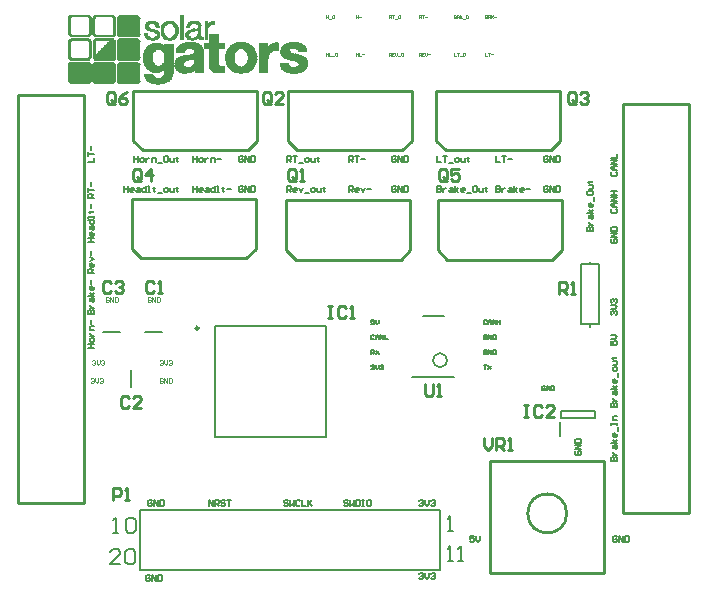
<source format=gto>
G04*
G04 #@! TF.GenerationSoftware,Altium Limited,Altium Designer,20.0.9 (164)*
G04*
G04 Layer_Color=65535*
%FSLAX25Y25*%
%MOIN*%
G70*
G01*
G75*
%ADD10C,0.00500*%
%ADD11C,0.00984*%
%ADD12C,0.01000*%
%ADD13C,0.00787*%
%ADD14C,0.00100*%
%ADD15C,0.00600*%
%ADD16C,0.00300*%
%ADD17C,0.00400*%
%ADD18C,0.00800*%
D10*
X147472Y79900D02*
G03*
X147472Y75200I0J-2350D01*
G01*
D02*
G03*
X147472Y79900I0J2350D01*
G01*
D11*
X66984Y88217D02*
G03*
X66984Y88217I-492J0D01*
G01*
D12*
X189700Y26500D02*
G03*
X189700Y26500I-6500J0D01*
G01*
X44685Y131311D02*
X82874D01*
X44685Y114776D02*
Y131311D01*
X86024Y114776D02*
Y129736D01*
X82874Y131311D02*
X84843D01*
X86024Y129736D02*
Y131311D01*
X84843D02*
X86024D01*
X82874Y111626D02*
X86024Y114776D01*
X47835Y111626D02*
X82874D01*
X44685Y114776D02*
X47835Y111626D01*
X146685Y130811D02*
X184874D01*
X146685Y114276D02*
Y130811D01*
X188024Y114276D02*
Y129236D01*
X184874Y130811D02*
X186843D01*
X188024Y129236D02*
Y130811D01*
X186843D02*
X188024D01*
X184874Y111126D02*
X188024Y114276D01*
X149835Y111126D02*
X184874D01*
X146685Y114276D02*
X149835Y111126D01*
X96185Y130811D02*
X134374D01*
X96185Y114276D02*
Y130811D01*
X137524Y114276D02*
Y129236D01*
X134374Y130811D02*
X136343D01*
X137524Y129236D02*
Y130811D01*
X136343D02*
X137524D01*
X134374Y111126D02*
X137524Y114276D01*
X99335Y111126D02*
X134374D01*
X96185Y114276D02*
X99335Y111126D01*
X146185Y167311D02*
X184374D01*
X146185Y150776D02*
Y167311D01*
X187524Y150776D02*
Y165736D01*
X184374Y167311D02*
X186343D01*
X187524Y165736D02*
Y167311D01*
X186343D02*
X187524D01*
X184374Y147626D02*
X187524Y150776D01*
X149335Y147626D02*
X184374D01*
X146185Y150776D02*
X149335Y147626D01*
X45185Y167311D02*
X83374D01*
X45185Y150776D02*
Y167311D01*
X86524Y150776D02*
Y165736D01*
X83374Y167311D02*
X85343D01*
X86524Y165736D02*
Y167311D01*
X85343D02*
X86524D01*
X83374Y147626D02*
X86524Y150776D01*
X48335Y147626D02*
X83374D01*
X45185Y150776D02*
X48335Y147626D01*
X96685Y167311D02*
X134874D01*
X96685Y150776D02*
Y167311D01*
X138024Y150776D02*
Y165736D01*
X134874Y167311D02*
X136843D01*
X138024Y165736D02*
Y167311D01*
X136843D02*
X138024D01*
X134874Y147626D02*
X138024Y150776D01*
X99835Y147626D02*
X134874D01*
X96685Y150776D02*
X99835Y147626D01*
X164000Y44000D02*
X202000D01*
X164000Y6500D02*
Y44000D01*
Y6500D02*
X202000D01*
Y44000D01*
X208327Y162988D02*
X230374D01*
X208327Y26768D02*
Y162988D01*
Y26768D02*
X230374D01*
Y162988D01*
X6909Y29835D02*
X28957D01*
Y166055D01*
X6909D02*
X28957D01*
X6909Y29835D02*
Y166055D01*
X37666Y103332D02*
X36999Y103999D01*
X35666D01*
X35000Y103332D01*
Y100666D01*
X35666Y100000D01*
X36999D01*
X37666Y100666D01*
X38999Y103332D02*
X39665Y103999D01*
X40998D01*
X41664Y103332D01*
Y102666D01*
X40998Y101999D01*
X40332D01*
X40998D01*
X41664Y101333D01*
Y100666D01*
X40998Y100000D01*
X39665D01*
X38999Y100666D01*
X43666Y64832D02*
X42999Y65499D01*
X41666D01*
X41000Y64832D01*
Y62166D01*
X41666Y61500D01*
X42999D01*
X43666Y62166D01*
X47664Y61500D02*
X44999D01*
X47664Y64166D01*
Y64832D01*
X46998Y65499D01*
X45665D01*
X44999Y64832D01*
X52166Y103332D02*
X51499Y103999D01*
X50166D01*
X49500Y103332D01*
Y100666D01*
X50166Y100000D01*
X51499D01*
X52166Y100666D01*
X53499Y100000D02*
X54832D01*
X54165D01*
Y103999D01*
X53499Y103332D01*
X162100Y51499D02*
Y48833D01*
X163433Y47500D01*
X164766Y48833D01*
Y51499D01*
X166099Y47500D02*
Y51499D01*
X168098D01*
X168764Y50832D01*
Y49499D01*
X168098Y48833D01*
X166099D01*
X167432D02*
X168764Y47500D01*
X170097D02*
X171430D01*
X170764D01*
Y51499D01*
X170097Y50832D01*
X142500Y69499D02*
Y66166D01*
X143166Y65500D01*
X144499D01*
X145166Y66166D01*
Y69499D01*
X146499Y65500D02*
X147832D01*
X147165D01*
Y69499D01*
X146499Y68832D01*
X187000Y99500D02*
Y103499D01*
X188999D01*
X189666Y102832D01*
Y101499D01*
X188999Y100833D01*
X187000D01*
X188333D02*
X189666Y99500D01*
X190999D02*
X192332D01*
X191665D01*
Y103499D01*
X190999Y102832D01*
X39166Y163666D02*
Y166332D01*
X38499Y166999D01*
X37166D01*
X36500Y166332D01*
Y163666D01*
X37166Y163000D01*
X38499D01*
X37833Y164333D02*
X39166Y163000D01*
X38499D02*
X39166Y163666D01*
X43165Y166999D02*
X41832Y166332D01*
X40499Y164999D01*
Y163666D01*
X41165Y163000D01*
X42498D01*
X43165Y163666D01*
Y164333D01*
X42498Y164999D01*
X40499D01*
X149866Y137967D02*
Y140632D01*
X149199Y141299D01*
X147866D01*
X147200Y140632D01*
Y137967D01*
X147866Y137300D01*
X149199D01*
X148533Y138633D02*
X149866Y137300D01*
X149199D02*
X149866Y137967D01*
X153865Y141299D02*
X151199D01*
Y139299D01*
X152532Y139966D01*
X153198D01*
X153865Y139299D01*
Y137967D01*
X153198Y137300D01*
X151865D01*
X151199Y137967D01*
X47866D02*
Y140632D01*
X47199Y141299D01*
X45866D01*
X45200Y140632D01*
Y137967D01*
X45866Y137300D01*
X47199D01*
X46533Y138633D02*
X47866Y137300D01*
X47199D02*
X47866Y137967D01*
X51198Y137300D02*
Y141299D01*
X49199Y139299D01*
X51864D01*
X192666Y163666D02*
Y166332D01*
X191999Y166999D01*
X190666D01*
X190000Y166332D01*
Y163666D01*
X190666Y163000D01*
X191999D01*
X191333Y164333D02*
X192666Y163000D01*
X191999D02*
X192666Y163666D01*
X193999Y166332D02*
X194665Y166999D01*
X195998D01*
X196665Y166332D01*
Y165666D01*
X195998Y164999D01*
X195332D01*
X195998D01*
X196665Y164333D01*
Y163666D01*
X195998Y163000D01*
X194665D01*
X193999Y163666D01*
X91166D02*
Y166332D01*
X90499Y166999D01*
X89166D01*
X88500Y166332D01*
Y163666D01*
X89166Y163000D01*
X90499D01*
X89833Y164333D02*
X91166Y163000D01*
X90499D02*
X91166Y163666D01*
X95165Y163000D02*
X92499D01*
X95165Y165666D01*
Y166332D01*
X94498Y166999D01*
X93165D01*
X92499Y166332D01*
X99366Y137967D02*
Y140632D01*
X98699Y141299D01*
X97366D01*
X96700Y140632D01*
Y137967D01*
X97366Y137300D01*
X98699D01*
X98033Y138633D02*
X99366Y137300D01*
X98699D02*
X99366Y137967D01*
X100699Y137300D02*
X102032D01*
X101365D01*
Y141299D01*
X100699Y140632D01*
X38400Y30900D02*
Y34899D01*
X40399D01*
X41066Y34232D01*
Y32899D01*
X40399Y32233D01*
X38400D01*
X42399Y30900D02*
X43732D01*
X43065D01*
Y34899D01*
X42399Y34232D01*
X175500Y62499D02*
X176833D01*
X176166D01*
Y58500D01*
X175500D01*
X176833D01*
X181498Y61832D02*
X180832Y62499D01*
X179499D01*
X178832Y61832D01*
Y59166D01*
X179499Y58500D01*
X180832D01*
X181498Y59166D01*
X185497Y58500D02*
X182831D01*
X185497Y61166D01*
Y61832D01*
X184830Y62499D01*
X183497D01*
X182831Y61832D01*
X110000Y95499D02*
X111333D01*
X110667D01*
Y91500D01*
X110000D01*
X111333D01*
X115998Y94832D02*
X115332Y95499D01*
X113999D01*
X113332Y94832D01*
Y92166D01*
X113999Y91500D01*
X115332D01*
X115998Y92166D01*
X117331Y91500D02*
X118664D01*
X117997D01*
Y95499D01*
X117331Y94832D01*
D13*
X187594Y52217D02*
Y56941D01*
X187791Y58319D02*
X199209D01*
Y60681D01*
X187791D02*
X199209D01*
X187791Y58319D02*
Y60681D01*
X197500Y109500D02*
Y110400D01*
Y88600D02*
Y89500D01*
Y109500D02*
X200500D01*
Y89500D02*
Y109500D01*
X194500Y89500D02*
X200500D01*
X194500D02*
Y109500D01*
X197500D01*
X141728Y92343D02*
X148815D01*
X138272Y72100D02*
X152272D01*
X35244Y86839D02*
X40756D01*
X72594Y88906D02*
X109406D01*
Y52094D02*
Y88906D01*
X72594Y52094D02*
X109406D01*
X72594D02*
Y88906D01*
X49244Y87000D02*
X54756D01*
X44500Y68744D02*
Y74256D01*
X47500Y7500D02*
X147500D01*
Y27500D01*
X47500D02*
X147500D01*
X47500Y7500D02*
Y27500D01*
D14*
X60800Y192800D02*
X61700D01*
X24300Y192700D02*
X30200D01*
X32400D02*
X38300D01*
X40600D02*
X46400D01*
X60800D02*
X61700D01*
X24000Y192600D02*
X24100D01*
X24200D02*
X30300D01*
X30400D02*
X30500D01*
X32100D02*
X32200D01*
X32300D02*
X38400D01*
X40500D02*
X46500D01*
X60800D02*
X61700D01*
X23900Y192500D02*
X24000D01*
X24100D02*
X30400D01*
X30500D02*
X30600D01*
X32000D02*
X32100D01*
X32200D02*
X38500D01*
X40400D02*
X46600D01*
X60800D02*
X61700D01*
X24000Y192400D02*
X30500D01*
X30600D02*
X30700D01*
X31900D02*
X32000D01*
X32100D02*
X38600D01*
X40300D02*
X46700D01*
X60800D02*
X61700D01*
X23700Y192300D02*
X23800D01*
X23900D02*
X30600D01*
X30700D02*
X30800D01*
X31800D02*
X31900D01*
X32000D02*
X38700D01*
X40200D02*
X46800D01*
X60800D02*
X61700D01*
X23600Y192200D02*
X23700D01*
X23800D02*
X30700D01*
X30800D02*
X30900D01*
X31700D02*
X31800D01*
X31900D02*
X38800D01*
X40100D02*
X46900D01*
X60800D02*
X61700D01*
X23700Y192100D02*
X24500D01*
X30000D02*
X30800D01*
X31800D02*
X32600D01*
X38100D02*
X38900D01*
X40000D02*
X47000D01*
X60800D02*
X61700D01*
X23600Y192000D02*
X24400D01*
X30100D02*
X30900D01*
X31700D02*
X32500D01*
X38200D02*
X39000D01*
X39900D02*
X47100D01*
X60800D02*
X61700D01*
X23500Y191900D02*
X24300D01*
X30200D02*
X31000D01*
X31700D02*
X32400D01*
X38300D02*
X39100D01*
X39800D02*
X47200D01*
X60800D02*
X61700D01*
X23500Y191800D02*
X24200D01*
X30300D02*
X31000D01*
X31600D02*
X32300D01*
X38400D02*
X39100D01*
X39800D02*
X47300D01*
X60800D02*
X61700D01*
X23500Y191700D02*
X24100D01*
X30400D02*
X31000D01*
X31600D02*
X32200D01*
X38500D02*
X39100D01*
X39800D02*
X47200D01*
X60800D02*
X61700D01*
X23500Y191600D02*
X24100D01*
X30400D02*
X31000D01*
X31600D02*
X32200D01*
X38500D02*
X39100D01*
X39800D02*
X47200D01*
X60800D02*
X61700D01*
X23500Y191500D02*
X24100D01*
X30400D02*
X31000D01*
X31600D02*
X32200D01*
X38500D02*
X39100D01*
X39800D02*
X47200D01*
X60800D02*
X61700D01*
X23500Y191400D02*
X24100D01*
X30400D02*
X31000D01*
X31600D02*
X32200D01*
X38500D02*
X39100D01*
X39800D02*
X47200D01*
X60800D02*
X61700D01*
X23500Y191300D02*
X24100D01*
X30400D02*
X31000D01*
X31600D02*
X32200D01*
X38500D02*
X39100D01*
X39800D02*
X47200D01*
X60800D02*
X61700D01*
X23500Y191200D02*
X24100D01*
X30400D02*
X31000D01*
X31600D02*
X32200D01*
X38500D02*
X39100D01*
X39800D02*
X47200D01*
X60800D02*
X61700D01*
X23500Y191100D02*
X24100D01*
X30400D02*
X31000D01*
X31600D02*
X32200D01*
X38500D02*
X39100D01*
X39800D02*
X47200D01*
X60800D02*
X61700D01*
X23500Y191000D02*
X24100D01*
X30400D02*
X31000D01*
X31600D02*
X32200D01*
X38500D02*
X39100D01*
X39800D02*
X47200D01*
X60800D02*
X61700D01*
X23500Y190900D02*
X24100D01*
X30400D02*
X31000D01*
X31600D02*
X32200D01*
X38500D02*
X39100D01*
X39800D02*
X47200D01*
X60800D02*
X61700D01*
X23500Y190800D02*
X24100D01*
X30400D02*
X31000D01*
X31600D02*
X32200D01*
X38500D02*
X39100D01*
X39800D02*
X47200D01*
X60800D02*
X61700D01*
X23500Y190700D02*
X24100D01*
X30400D02*
X31000D01*
X31600D02*
X32200D01*
X38500D02*
X39100D01*
X39800D02*
X47200D01*
X50900D02*
X51900D01*
X56600D02*
X57700D01*
X60800D02*
X61700D01*
X64800D02*
X66000D01*
X23500Y190600D02*
X24100D01*
X30400D02*
X31000D01*
X31600D02*
X32200D01*
X38500D02*
X39100D01*
X39800D02*
X47200D01*
X50400D02*
X52400D01*
X56200D02*
X58100D01*
X60800D02*
X61700D01*
X64300D02*
X66400D01*
X71300D02*
X72100D01*
X23500Y190500D02*
X24100D01*
X30400D02*
X31000D01*
X31600D02*
X32200D01*
X38500D02*
X39100D01*
X39800D02*
X47200D01*
X50100D02*
X52600D01*
X56000D02*
X58400D01*
X60800D02*
X61700D01*
X64000D02*
X66700D01*
X69000D02*
X69800D01*
X71000D02*
X72100D01*
X23500Y190400D02*
X24100D01*
X30400D02*
X31000D01*
X31600D02*
X32200D01*
X38500D02*
X39100D01*
X39800D02*
X47200D01*
X49900D02*
X52800D01*
X55800D02*
X58600D01*
X60800D02*
X61700D01*
X63900D02*
X66900D01*
X69000D02*
X69800D01*
X70800D02*
X72100D01*
X23500Y190300D02*
X24100D01*
X30400D02*
X31000D01*
X31600D02*
X32200D01*
X38500D02*
X39100D01*
X39800D02*
X47200D01*
X49800D02*
X52900D01*
X55600D02*
X58700D01*
X60800D02*
X61700D01*
X63700D02*
X67000D01*
X69000D02*
X69800D01*
X70600D02*
X72100D01*
X23500Y190200D02*
X24100D01*
X30400D02*
X31000D01*
X31600D02*
X32200D01*
X38500D02*
X39100D01*
X39800D02*
X47200D01*
X49600D02*
X53000D01*
X55500D02*
X58900D01*
X60800D02*
X61700D01*
X63600D02*
X67100D01*
X69000D02*
X69800D01*
X70500D02*
X72100D01*
X23500Y190100D02*
X24100D01*
X30400D02*
X31000D01*
X31600D02*
X32200D01*
X38500D02*
X39100D01*
X39800D02*
X47200D01*
X49500D02*
X53100D01*
X55300D02*
X59000D01*
X60800D02*
X61700D01*
X63500D02*
X67200D01*
X69000D02*
X69800D01*
X70300D02*
X72100D01*
X23500Y190000D02*
X24100D01*
X30400D02*
X31000D01*
X31600D02*
X32200D01*
X38500D02*
X39100D01*
X39800D02*
X47200D01*
X49400D02*
X51200D01*
X51400D02*
X53200D01*
X55200D02*
X57100D01*
X57300D02*
X59100D01*
X60800D02*
X61700D01*
X63400D02*
X65200D01*
X65400D02*
X67300D01*
X69000D02*
X69800D01*
X70200D02*
X72100D01*
X23500Y189900D02*
X24100D01*
X30400D02*
X31000D01*
X31600D02*
X32200D01*
X38500D02*
X39100D01*
X39800D02*
X47200D01*
X49400D02*
X50600D01*
X52000D02*
X53300D01*
X55100D02*
X56500D01*
X57800D02*
X59200D01*
X60800D02*
X61700D01*
X63300D02*
X64600D01*
X66100D02*
X67400D01*
X69000D02*
X69800D01*
X69900D02*
X70000D01*
X70100D02*
X72100D01*
X23500Y189800D02*
X24100D01*
X30400D02*
X31000D01*
X31600D02*
X32200D01*
X38500D02*
X39100D01*
X39800D02*
X47200D01*
X49300D02*
X50400D01*
X52200D02*
X53400D01*
X55000D02*
X56300D01*
X58100D02*
X59300D01*
X60800D02*
X61700D01*
X63200D02*
X64300D01*
X66300D02*
X67400D01*
X69000D02*
X69800D01*
X70100D02*
X72000D01*
X23500Y189700D02*
X24100D01*
X30400D02*
X31000D01*
X31600D02*
X32200D01*
X38500D02*
X39100D01*
X39800D02*
X47200D01*
X49200D02*
X50200D01*
X52100D02*
X52200D01*
X52400D02*
X53400D01*
X55000D02*
X56100D01*
X58200D02*
X59400D01*
X60800D02*
X61700D01*
X63200D02*
X64200D01*
X66200D02*
X66300D01*
X66500D02*
X67500D01*
X69000D02*
X69800D01*
X70000D02*
X71200D01*
X23500Y189600D02*
X24100D01*
X30400D02*
X31000D01*
X31600D02*
X32200D01*
X38500D02*
X39100D01*
X39800D02*
X47200D01*
X49200D02*
X50100D01*
X50300D02*
X50400D01*
X52500D02*
X53500D01*
X54900D02*
X56000D01*
X58100D02*
X58200D01*
X58400D02*
X59500D01*
X60800D02*
X61700D01*
X63100D02*
X64100D01*
X64200D02*
X64300D01*
X66600D02*
X67500D01*
X69000D02*
X69800D01*
X69900D02*
X70900D01*
X23500Y189500D02*
X24100D01*
X30400D02*
X31000D01*
X31600D02*
X32200D01*
X38500D02*
X39100D01*
X39800D02*
X47200D01*
X49200D02*
X50100D01*
X50200D02*
X50300D01*
X52600D02*
X53500D01*
X54800D02*
X55900D01*
X56000D02*
X56100D01*
X58500D02*
X59500D01*
X60800D02*
X61700D01*
X63100D02*
X64000D01*
X64100D02*
X64200D01*
X66600D02*
X67600D01*
X69000D02*
X69800D01*
X69900D02*
X70800D01*
X71000D02*
X71100D01*
X23500Y189400D02*
X24100D01*
X30400D02*
X31000D01*
X31600D02*
X32200D01*
X38500D02*
X39100D01*
X39800D02*
X47200D01*
X49100D02*
X50000D01*
X50100D02*
X50200D01*
X52600D02*
X53600D01*
X54700D02*
X55800D01*
X55900D02*
X56000D01*
X58600D02*
X59600D01*
X60800D02*
X61700D01*
X63000D02*
X63900D01*
X64000D02*
X64100D01*
X66700D02*
X67600D01*
X69000D02*
X70600D01*
X70800D02*
X70900D01*
X23500Y189300D02*
X24100D01*
X30400D02*
X31000D01*
X31600D02*
X32200D01*
X38500D02*
X39100D01*
X39800D02*
X47200D01*
X49100D02*
X50000D01*
X52700D02*
X53600D01*
X54700D02*
X55700D01*
X55800D02*
X55900D01*
X58700D02*
X59700D01*
X60800D02*
X61700D01*
X63000D02*
X63900D01*
X66700D02*
X67600D01*
X67700D02*
X67800D01*
X69000D02*
X70500D01*
X23500Y189200D02*
X24100D01*
X30400D02*
X31000D01*
X31600D02*
X32200D01*
X38500D02*
X39100D01*
X39800D02*
X47200D01*
X49100D02*
X50000D01*
X52700D02*
X53600D01*
X54600D02*
X55600D01*
X55700D02*
X55800D01*
X58700D02*
X59700D01*
X60800D02*
X61700D01*
X63000D02*
X63800D01*
X66700D02*
X67600D01*
X69000D02*
X70400D01*
X70500D02*
X70600D01*
X23500Y189100D02*
X24100D01*
X30400D02*
X31000D01*
X31600D02*
X32200D01*
X38500D02*
X39100D01*
X39800D02*
X47200D01*
X49100D02*
X50000D01*
X52800D02*
X53600D01*
X54600D02*
X55500D01*
X58600D02*
X58700D01*
X58800D02*
X59800D01*
X60800D02*
X61700D01*
X62900D02*
X63800D01*
X66800D02*
X67600D01*
X69000D02*
X70300D01*
X70400D02*
X70500D01*
X23500Y189000D02*
X24100D01*
X30400D02*
X31000D01*
X31600D02*
X32200D01*
X38500D02*
X39100D01*
X39800D02*
X47200D01*
X49100D02*
X50000D01*
X52800D02*
X53700D01*
X54500D02*
X55500D01*
X58900D02*
X59800D01*
X60800D02*
X61700D01*
X62900D02*
X63800D01*
X66800D02*
X67600D01*
X69000D02*
X70200D01*
X70300D02*
X70400D01*
X23500Y188900D02*
X24100D01*
X30400D02*
X31000D01*
X31600D02*
X32200D01*
X38500D02*
X39100D01*
X39800D02*
X47200D01*
X49100D02*
X50000D01*
X52600D02*
X52700D01*
X52800D02*
X53700D01*
X54500D02*
X55400D01*
X58900D02*
X59800D01*
X60800D02*
X61700D01*
X62900D02*
X63800D01*
X66800D02*
X67600D01*
X69000D02*
X70200D01*
X23500Y188800D02*
X24100D01*
X30400D02*
X31000D01*
X31600D02*
X32200D01*
X38500D02*
X39100D01*
X39800D02*
X47200D01*
X49100D02*
X50000D01*
X50100D02*
X50200D01*
X52800D02*
X53700D01*
X54500D02*
X55400D01*
X59000D02*
X59900D01*
X60800D02*
X61700D01*
X62900D02*
X63700D01*
X66800D02*
X67600D01*
X69000D02*
X70100D01*
X23500Y188700D02*
X24100D01*
X30400D02*
X31000D01*
X31600D02*
X32200D01*
X38500D02*
X39100D01*
X39800D02*
X47200D01*
X49100D02*
X50000D01*
X54400D02*
X55300D01*
X58800D02*
X58900D01*
X59000D02*
X59900D01*
X60800D02*
X61700D01*
X62900D02*
X63700D01*
X66800D02*
X67600D01*
X69000D02*
X70000D01*
X23500Y188600D02*
X24100D01*
X30400D02*
X31000D01*
X31600D02*
X32200D01*
X38500D02*
X39100D01*
X39800D02*
X47200D01*
X49100D02*
X50100D01*
X54400D02*
X55300D01*
X59000D02*
X59900D01*
X60800D02*
X61700D01*
X66800D02*
X67600D01*
X69000D02*
X70000D01*
X70100D02*
X70200D01*
X23500Y188500D02*
X24100D01*
X30400D02*
X31000D01*
X31600D02*
X32200D01*
X38500D02*
X39100D01*
X39800D02*
X47200D01*
X49200D02*
X50200D01*
X50400D02*
X50500D01*
X54400D02*
X55300D01*
X59100D02*
X60000D01*
X60800D02*
X61700D01*
X66700D02*
X67600D01*
X69000D02*
X70000D01*
X23500Y188400D02*
X24100D01*
X30400D02*
X31000D01*
X31600D02*
X32200D01*
X38500D02*
X39100D01*
X39800D02*
X47200D01*
X49200D02*
X50400D01*
X54400D02*
X55200D01*
X59100D02*
X60000D01*
X60800D02*
X61700D01*
X66700D02*
X67600D01*
X69000D02*
X69900D01*
X23500Y188300D02*
X24100D01*
X30400D02*
X31000D01*
X31600D02*
X32200D01*
X38500D02*
X39100D01*
X39800D02*
X47200D01*
X49300D02*
X50600D01*
X54300D02*
X55200D01*
X59100D02*
X60000D01*
X60100D02*
X60200D01*
X60800D02*
X61700D01*
X66600D02*
X67600D01*
X69000D02*
X69900D01*
X23500Y188200D02*
X24100D01*
X30400D02*
X31000D01*
X31600D02*
X32200D01*
X38500D02*
X39100D01*
X39800D02*
X47200D01*
X49300D02*
X50900D01*
X54300D02*
X55200D01*
X59100D02*
X60000D01*
X60800D02*
X61700D01*
X65200D02*
X65300D01*
X66400D02*
X67600D01*
X69000D02*
X69900D01*
X23500Y188100D02*
X24100D01*
X30400D02*
X31000D01*
X31600D02*
X32200D01*
X38500D02*
X39100D01*
X39800D02*
X47200D01*
X49400D02*
X51200D01*
X54300D02*
X55200D01*
X59200D02*
X60000D01*
X60800D02*
X61700D01*
X65700D02*
X67600D01*
X69000D02*
X69900D01*
X23500Y188000D02*
X24100D01*
X30400D02*
X31000D01*
X31600D02*
X32200D01*
X38500D02*
X39100D01*
X39800D02*
X47200D01*
X49500D02*
X51700D01*
X54300D02*
X55200D01*
X59200D02*
X60000D01*
X60800D02*
X61700D01*
X64900D02*
X67600D01*
X69000D02*
X69900D01*
X23500Y187900D02*
X24100D01*
X30400D02*
X31000D01*
X31600D02*
X32200D01*
X38500D02*
X39100D01*
X39800D02*
X47200D01*
X49600D02*
X52200D01*
X54300D02*
X55200D01*
X59000D02*
X59100D01*
X59200D02*
X60100D01*
X60800D02*
X61700D01*
X64300D02*
X67600D01*
X69000D02*
X69800D01*
X23500Y187800D02*
X24100D01*
X30400D02*
X31000D01*
X31600D02*
X32200D01*
X38500D02*
X39100D01*
X39800D02*
X47200D01*
X49700D02*
X52600D01*
X54300D02*
X55100D01*
X59200D02*
X60100D01*
X60800D02*
X61700D01*
X63900D02*
X67600D01*
X69000D02*
X69800D01*
X23500Y187700D02*
X24100D01*
X30400D02*
X31000D01*
X31600D02*
X32200D01*
X38500D02*
X39100D01*
X39800D02*
X47200D01*
X49900D02*
X52800D01*
X54300D02*
X55100D01*
X59200D02*
X60100D01*
X60800D02*
X61700D01*
X63600D02*
X67600D01*
X69000D02*
X69800D01*
X23500Y187600D02*
X24100D01*
X30400D02*
X31000D01*
X31600D02*
X32200D01*
X38500D02*
X39100D01*
X39800D02*
X47200D01*
X50100D02*
X53000D01*
X54300D02*
X55100D01*
X59200D02*
X60100D01*
X60800D02*
X61700D01*
X63400D02*
X66600D01*
X66800D02*
X67600D01*
X69000D02*
X69800D01*
X23500Y187500D02*
X24100D01*
X30400D02*
X31000D01*
X31600D02*
X32200D01*
X38500D02*
X39100D01*
X39800D02*
X47200D01*
X50400D02*
X53200D01*
X54300D02*
X55100D01*
X59200D02*
X60100D01*
X60800D02*
X61700D01*
X63300D02*
X66200D01*
X66800D02*
X67600D01*
X69000D02*
X69800D01*
X23500Y187400D02*
X24100D01*
X30400D02*
X31000D01*
X31600D02*
X32200D01*
X38500D02*
X39100D01*
X39800D02*
X47200D01*
X50700D02*
X53300D01*
X54300D02*
X55100D01*
X59200D02*
X60100D01*
X60800D02*
X61700D01*
X63200D02*
X65600D01*
X66800D02*
X67600D01*
X69000D02*
X69800D01*
X23500Y187300D02*
X24100D01*
X30400D02*
X31000D01*
X31600D02*
X32200D01*
X38500D02*
X39100D01*
X39800D02*
X47200D01*
X51200D02*
X53400D01*
X54300D02*
X55100D01*
X59200D02*
X60100D01*
X60800D02*
X61700D01*
X63000D02*
X64900D01*
X66800D02*
X67600D01*
X69000D02*
X69800D01*
X23500Y187200D02*
X24100D01*
X30400D02*
X31000D01*
X31600D02*
X32200D01*
X38500D02*
X39100D01*
X39800D02*
X47200D01*
X51600D02*
X53500D01*
X54300D02*
X55200D01*
X59000D02*
X59100D01*
X59200D02*
X60100D01*
X60800D02*
X61700D01*
X63000D02*
X64500D01*
X66800D02*
X67600D01*
X69000D02*
X69800D01*
X23500Y187100D02*
X24100D01*
X30400D02*
X31000D01*
X31600D02*
X32200D01*
X38500D02*
X39100D01*
X39800D02*
X47200D01*
X52000D02*
X53600D01*
X54300D02*
X55200D01*
X59200D02*
X60000D01*
X60800D02*
X61700D01*
X62900D02*
X64200D01*
X66800D02*
X67600D01*
X69000D02*
X69800D01*
X23500Y187000D02*
X24100D01*
X30400D02*
X31000D01*
X31600D02*
X32200D01*
X38500D02*
X39100D01*
X39800D02*
X47200D01*
X52300D02*
X53700D01*
X54300D02*
X55200D01*
X59200D02*
X60000D01*
X60800D02*
X61700D01*
X62800D02*
X64000D01*
X66800D02*
X67600D01*
X69000D02*
X69800D01*
X23500Y186900D02*
X24100D01*
X30400D02*
X31000D01*
X31600D02*
X32200D01*
X38500D02*
X39100D01*
X39800D02*
X47200D01*
X52600D02*
X53700D01*
X54300D02*
X55200D01*
X59100D02*
X60000D01*
X60800D02*
X61700D01*
X62800D02*
X63800D01*
X64000D02*
X64100D01*
X66800D02*
X67600D01*
X69000D02*
X69800D01*
X23500Y186800D02*
X24100D01*
X30400D02*
X31000D01*
X31600D02*
X32200D01*
X38500D02*
X39100D01*
X39800D02*
X47200D01*
X52700D02*
X53800D01*
X54300D02*
X55200D01*
X59100D02*
X60000D01*
X60100D02*
X60200D01*
X60800D02*
X61700D01*
X62700D02*
X63700D01*
X63800D02*
X63900D01*
X66800D02*
X67600D01*
X69000D02*
X69800D01*
X23500Y186700D02*
X24100D01*
X30400D02*
X31000D01*
X31600D02*
X32200D01*
X38500D02*
X39100D01*
X39800D02*
X47200D01*
X52600D02*
X52700D01*
X52800D02*
X53800D01*
X54400D02*
X55300D01*
X59100D02*
X60000D01*
X60800D02*
X61700D01*
X62700D02*
X63600D01*
X63700D02*
X63800D01*
X66800D02*
X67600D01*
X69000D02*
X69800D01*
X23500Y186600D02*
X24100D01*
X30400D02*
X31000D01*
X31600D02*
X32200D01*
X38500D02*
X39100D01*
X39800D02*
X47200D01*
X52700D02*
X52800D01*
X52900D02*
X53800D01*
X54400D02*
X55300D01*
X59100D02*
X60000D01*
X60800D02*
X61700D01*
X62700D02*
X63600D01*
X66800D02*
X67600D01*
X69000D02*
X69800D01*
X23500Y186500D02*
X24100D01*
X30400D02*
X31000D01*
X31600D02*
X32200D01*
X38500D02*
X39100D01*
X39800D02*
X47200D01*
X48900D02*
X49700D01*
X53000D02*
X53900D01*
X54400D02*
X55300D01*
X59000D02*
X59900D01*
X60800D02*
X61700D01*
X62600D02*
X63500D01*
X66700D02*
X67600D01*
X69000D02*
X69800D01*
X23500Y186400D02*
X24200D01*
X30300D02*
X31000D01*
X31600D02*
X32300D01*
X38500D02*
X39100D01*
X39800D02*
X47300D01*
X48900D02*
X49800D01*
X53000D02*
X53900D01*
X54400D02*
X55300D01*
X59000D02*
X59900D01*
X60800D02*
X61700D01*
X62600D02*
X63500D01*
X66700D02*
X67600D01*
X69000D02*
X69800D01*
X23500Y186300D02*
X24300D01*
X30200D02*
X31000D01*
X31600D02*
X32400D01*
X38400D02*
X39100D01*
X39800D02*
X47200D01*
X48900D02*
X49800D01*
X53000D02*
X53900D01*
X54500D02*
X55400D01*
X58900D02*
X59900D01*
X60800D02*
X61700D01*
X62600D02*
X63500D01*
X66700D02*
X67600D01*
X69000D02*
X69800D01*
X23600Y186200D02*
X24400D01*
X30100D02*
X30900D01*
X31700D02*
X32500D01*
X38300D02*
X39100D01*
X39800D02*
X47200D01*
X48900D02*
X49800D01*
X53000D02*
X53900D01*
X54500D02*
X55400D01*
X58900D02*
X59800D01*
X60800D02*
X61700D01*
X62600D02*
X63500D01*
X66600D02*
X67600D01*
X69000D02*
X69800D01*
X70600D02*
X73400D01*
X23700Y186100D02*
X24500D01*
X30000D02*
X30800D01*
X31800D02*
X32600D01*
X38200D02*
X39000D01*
X39900D02*
X47100D01*
X48900D02*
X49800D01*
X53000D02*
X53900D01*
X54500D02*
X55500D01*
X55600D02*
X55700D01*
X58800D02*
X59800D01*
X60800D02*
X61700D01*
X62600D02*
X63500D01*
X66400D02*
X66500D01*
X66600D02*
X67600D01*
X69000D02*
X69800D01*
X70600D02*
X73400D01*
X23800Y186000D02*
X24600D01*
X29800D02*
X30700D01*
X31700D02*
X31800D01*
X31900D02*
X32700D01*
X35100D02*
X35200D01*
X38100D02*
X38900D01*
X39800D02*
X39900D01*
X40000D02*
X47000D01*
X47100D02*
X47200D01*
X49000D02*
X49800D01*
X53000D02*
X53900D01*
X54600D02*
X55500D01*
X58600D02*
X58700D01*
X58800D02*
X59800D01*
X60800D02*
X61700D01*
X62600D02*
X63500D01*
X66600D02*
X67600D01*
X69000D02*
X69800D01*
X70600D02*
X73400D01*
X23900Y185900D02*
X30600D01*
X31800D02*
X31900D01*
X32000D02*
X38800D01*
X39900D02*
X40000D01*
X40100D02*
X46900D01*
X47000D02*
X47100D01*
X49000D02*
X49900D01*
X53000D02*
X53900D01*
X54600D02*
X55600D01*
X58500D02*
X58600D01*
X58700D02*
X59700D01*
X60800D02*
X61700D01*
X62600D02*
X63500D01*
X66300D02*
X66400D01*
X66500D02*
X67600D01*
X69000D02*
X69800D01*
X70600D02*
X73400D01*
X24000Y185800D02*
X30500D01*
X32100D02*
X38700D01*
X40000D02*
X40100D01*
X40200D02*
X46800D01*
X46900D02*
X47000D01*
X49000D02*
X49900D01*
X52900D02*
X53800D01*
X54700D02*
X55700D01*
X55800D02*
X55900D01*
X58700D02*
X59600D01*
X60800D02*
X61700D01*
X62600D02*
X63600D01*
X66200D02*
X66300D01*
X66400D02*
X67600D01*
X69000D02*
X69800D01*
X70600D02*
X73400D01*
X24100Y185700D02*
X30400D01*
X32000D02*
X32100D01*
X32200D02*
X38600D01*
X40100D02*
X40200D01*
X40300D02*
X46700D01*
X46800D02*
X46900D01*
X49100D02*
X50000D01*
X50100D02*
X50200D01*
X52700D02*
X52800D01*
X52900D02*
X53800D01*
X54700D02*
X55800D01*
X55900D02*
X56000D01*
X58600D02*
X59600D01*
X60800D02*
X61700D01*
X62700D02*
X63600D01*
X63700D02*
X63800D01*
X66100D02*
X66200D01*
X66300D02*
X67600D01*
X69000D02*
X69800D01*
X70600D02*
X73400D01*
X24200Y185600D02*
X30300D01*
X32300D02*
X38400D01*
X40200D02*
X40300D01*
X40400D02*
X46600D01*
X46700D02*
X46800D01*
X49100D02*
X50100D01*
X50200D02*
X50300D01*
X52600D02*
X52700D01*
X52800D02*
X53800D01*
X54800D02*
X55900D01*
X56000D02*
X56100D01*
X58200D02*
X58300D01*
X58500D02*
X59500D01*
X60800D02*
X61700D01*
X62700D02*
X63700D01*
X63800D02*
X63900D01*
X66200D02*
X67600D01*
X69000D02*
X69800D01*
X70600D02*
X73400D01*
X24300Y185500D02*
X30200D01*
X32400D02*
X38400D01*
X40300D02*
X40400D01*
X40500D02*
X46500D01*
X46600D02*
X46700D01*
X49100D02*
X50200D01*
X52700D02*
X53700D01*
X54900D02*
X56000D01*
X58400D02*
X59500D01*
X60800D02*
X61700D01*
X62700D02*
X63800D01*
X63900D02*
X64000D01*
X66100D02*
X67700D01*
X69000D02*
X69800D01*
X70600D02*
X73400D01*
X49200Y185400D02*
X50300D01*
X52600D02*
X53700D01*
X55000D02*
X56100D01*
X57900D02*
X58000D01*
X58200D02*
X59400D01*
X60800D02*
X61700D01*
X62800D02*
X63900D01*
X65900D02*
X66800D01*
X66900D02*
X67700D01*
X69000D02*
X69800D01*
X70600D02*
X73400D01*
X49300Y185300D02*
X50500D01*
X52400D02*
X53600D01*
X55000D02*
X56300D01*
X58000D02*
X59300D01*
X59400D02*
X59500D01*
X60800D02*
X61700D01*
X62800D02*
X64000D01*
X65700D02*
X66700D01*
X66900D02*
X67800D01*
X68200D02*
X68300D01*
X69000D02*
X69800D01*
X70600D02*
X73400D01*
X49300Y185200D02*
X50800D01*
X52100D02*
X53500D01*
X55100D02*
X56500D01*
X57800D02*
X59200D01*
X60800D02*
X61700D01*
X62900D02*
X64200D01*
X65400D02*
X66600D01*
X66900D02*
X68300D01*
X69000D02*
X69800D01*
X70600D02*
X73400D01*
X49400Y185100D02*
X53400D01*
X55200D02*
X59100D01*
X60800D02*
X61700D01*
X63000D02*
X66500D01*
X66700D02*
X66800D01*
X66900D02*
X68300D01*
X69000D02*
X69800D01*
X70600D02*
X73400D01*
X49500Y185000D02*
X53300D01*
X55400D02*
X59000D01*
X60800D02*
X61700D01*
X63000D02*
X66400D01*
X66900D02*
X68300D01*
X69000D02*
X69800D01*
X70600D02*
X73400D01*
X24300Y184900D02*
X30200D01*
X32500D02*
X38300D01*
X40600D02*
X46400D01*
X49600D02*
X53200D01*
X55500D02*
X58900D01*
X60800D02*
X61700D01*
X63100D02*
X66300D01*
X67000D02*
X68300D01*
X69000D02*
X69800D01*
X70600D02*
X73400D01*
X24200Y184800D02*
X30300D01*
X30400D02*
X30500D01*
X32400D02*
X38400D01*
X40500D02*
X46500D01*
X49800D02*
X53100D01*
X55600D02*
X58700D01*
X60800D02*
X61700D01*
X63200D02*
X66200D01*
X67100D02*
X68300D01*
X69000D02*
X69800D01*
X70600D02*
X73400D01*
X23900Y184700D02*
X24000D01*
X24100D02*
X30400D01*
X30500D02*
X30600D01*
X32300D02*
X38500D01*
X40400D02*
X46600D01*
X50000D02*
X52900D01*
X55800D02*
X58500D01*
X60800D02*
X61700D01*
X63400D02*
X66100D01*
X67200D02*
X68300D01*
X69000D02*
X69800D01*
X70600D02*
X73400D01*
X23800Y184600D02*
X23900D01*
X24000D02*
X30500D01*
X30600D02*
X30700D01*
X32200D02*
X38500D01*
X40300D02*
X46700D01*
X50200D02*
X52700D01*
X56000D02*
X58300D01*
X60800D02*
X61700D01*
X63600D02*
X65900D01*
X67300D02*
X68300D01*
X69000D02*
X69800D01*
X70600D02*
X73400D01*
X23700Y184500D02*
X23800D01*
X23900D02*
X30600D01*
X30700D02*
X30800D01*
X32100D02*
X38400D01*
X40200D02*
X46800D01*
X50400D02*
X52400D01*
X56300D02*
X58100D01*
X63800D02*
X65600D01*
X70600D02*
X73400D01*
X23600Y184400D02*
X23700D01*
X23800D02*
X30700D01*
X30800D02*
X30900D01*
X32000D02*
X38300D01*
X38400D02*
X38500D01*
X38600D02*
X38800D01*
X40100D02*
X46900D01*
X51000D02*
X51800D01*
X56800D02*
X57600D01*
X64300D02*
X65100D01*
X70600D02*
X73400D01*
X23700Y184300D02*
X24500D01*
X30000D02*
X30800D01*
X31900D02*
X32700D01*
X37400D02*
X38200D01*
X38300D02*
X38400D01*
X38500D02*
X38900D01*
X40000D02*
X47000D01*
X52100D02*
X52200D01*
X57800D02*
X57900D01*
X70600D02*
X73400D01*
X23600Y184200D02*
X24400D01*
X30100D02*
X30900D01*
X31800D02*
X32600D01*
X37300D02*
X38100D01*
X38200D02*
X38300D01*
X38400D02*
X39000D01*
X39900D02*
X47100D01*
X70600D02*
X73400D01*
X23500Y184100D02*
X24300D01*
X30200D02*
X31000D01*
X31700D02*
X32500D01*
X37200D02*
X38000D01*
X38100D02*
X38200D01*
X38300D02*
X39100D01*
X39800D02*
X47200D01*
X70600D02*
X73400D01*
X23500Y184000D02*
X24200D01*
X30300D02*
X31000D01*
X31700D02*
X32400D01*
X37100D02*
X37900D01*
X38000D02*
X38100D01*
X38200D02*
X39200D01*
X39800D02*
X47300D01*
X70600D02*
X73400D01*
X23500Y183900D02*
X24100D01*
X30400D02*
X31000D01*
X31700D02*
X32300D01*
X37000D02*
X37800D01*
X37900D02*
X38000D01*
X38100D02*
X39200D01*
X39800D02*
X47200D01*
X70600D02*
X73400D01*
X23500Y183800D02*
X24100D01*
X30400D02*
X31000D01*
X31700D02*
X32300D01*
X36900D02*
X37700D01*
X37800D02*
X37900D01*
X38000D02*
X39200D01*
X39800D02*
X47200D01*
X70600D02*
X73400D01*
X23500Y183700D02*
X24100D01*
X30400D02*
X31000D01*
X31700D02*
X32300D01*
X36800D02*
X37600D01*
X37700D02*
X37800D01*
X37900D02*
X39200D01*
X39800D02*
X47200D01*
X62700D02*
X62800D01*
X65200D02*
X65300D01*
X70600D02*
X73400D01*
X79900D02*
X80000D01*
X82000D02*
X82100D01*
X97300D02*
X97400D01*
X23500Y183600D02*
X24100D01*
X30400D02*
X31000D01*
X31700D02*
X32300D01*
X36700D02*
X37500D01*
X37600D02*
X37700D01*
X37800D02*
X39200D01*
X39800D02*
X47200D01*
X63100D02*
X64800D01*
X70600D02*
X73400D01*
X80300D02*
X81700D01*
X97700D02*
X99300D01*
X23500Y183500D02*
X24100D01*
X30400D02*
X31000D01*
X31700D02*
X32300D01*
X36600D02*
X37400D01*
X37500D02*
X37600D01*
X37700D02*
X39200D01*
X39800D02*
X47200D01*
X62400D02*
X65700D01*
X70600D02*
X73400D01*
X73500D02*
X73600D01*
X79600D02*
X82300D01*
X92300D02*
X93200D01*
X97000D02*
X100000D01*
X23500Y183400D02*
X24100D01*
X30400D02*
X31000D01*
X31700D02*
X32300D01*
X36500D02*
X37300D01*
X37400D02*
X37500D01*
X37600D02*
X39200D01*
X39800D02*
X47200D01*
X52200D02*
X53300D01*
X62000D02*
X66100D01*
X70600D02*
X73400D01*
X79300D02*
X82700D01*
X91900D02*
X93500D01*
X96600D02*
X100400D01*
X23500Y183300D02*
X24100D01*
X30400D02*
X31000D01*
X31700D02*
X32300D01*
X36400D02*
X37200D01*
X37300D02*
X37400D01*
X37500D02*
X39200D01*
X39800D02*
X47200D01*
X51600D02*
X53800D01*
X61600D02*
X66400D01*
X68900D02*
X75300D01*
X79000D02*
X83000D01*
X91600D02*
X93500D01*
X96200D02*
X100800D01*
X23500Y183200D02*
X24100D01*
X30400D02*
X31000D01*
X31700D02*
X32300D01*
X36300D02*
X37100D01*
X37200D02*
X37300D01*
X37400D02*
X39200D01*
X39800D02*
X47200D01*
X51300D02*
X54200D01*
X61400D02*
X66700D01*
X68900D02*
X75300D01*
X78700D02*
X83300D01*
X87100D02*
X89700D01*
X91400D02*
X93500D01*
X96000D02*
X101000D01*
X23500Y183100D02*
X24100D01*
X30400D02*
X31000D01*
X31700D02*
X32300D01*
X36200D02*
X37000D01*
X37100D02*
X37200D01*
X37300D02*
X39200D01*
X39800D02*
X47200D01*
X51100D02*
X54400D01*
X55600D02*
X58300D01*
X61200D02*
X66900D01*
X68900D02*
X75300D01*
X78500D02*
X83500D01*
X87100D02*
X89700D01*
X91200D02*
X93500D01*
X95800D02*
X101200D01*
X23500Y183000D02*
X24100D01*
X30400D02*
X31000D01*
X31700D02*
X32300D01*
X36100D02*
X36900D01*
X37000D02*
X37100D01*
X37200D02*
X39200D01*
X39800D02*
X47200D01*
X50900D02*
X54600D01*
X55600D02*
X58300D01*
X61000D02*
X67100D01*
X68900D02*
X75300D01*
X78300D02*
X83700D01*
X87100D02*
X89700D01*
X91000D02*
X93500D01*
X95300D02*
X95400D01*
X95600D02*
X101400D01*
X23500Y182900D02*
X24100D01*
X30400D02*
X31000D01*
X31700D02*
X32300D01*
X36000D02*
X36800D01*
X36900D02*
X37000D01*
X37100D02*
X39200D01*
X39800D02*
X47200D01*
X50700D02*
X54800D01*
X55600D02*
X58300D01*
X60800D02*
X67200D01*
X68900D02*
X75300D01*
X78100D02*
X83800D01*
X87100D02*
X89700D01*
X90900D02*
X93500D01*
X95400D02*
X101500D01*
X23500Y182800D02*
X24100D01*
X30400D02*
X31000D01*
X31700D02*
X32300D01*
X35900D02*
X36700D01*
X36800D02*
X36900D01*
X37000D02*
X39200D01*
X39800D02*
X47200D01*
X50500D02*
X54900D01*
X55600D02*
X58300D01*
X60600D02*
X67400D01*
X67500D02*
X67600D01*
X68900D02*
X75300D01*
X78000D02*
X84000D01*
X87100D02*
X89700D01*
X90700D02*
X93500D01*
X95300D02*
X101700D01*
X23500Y182700D02*
X24100D01*
X30400D02*
X31000D01*
X31700D02*
X32300D01*
X35800D02*
X36600D01*
X36700D02*
X36800D01*
X36900D02*
X39200D01*
X39800D02*
X47200D01*
X50400D02*
X55000D01*
X55600D02*
X58300D01*
X60500D02*
X67500D01*
X68900D02*
X75300D01*
X77800D02*
X84200D01*
X87100D02*
X89700D01*
X90600D02*
X93500D01*
X95200D02*
X101800D01*
X23500Y182600D02*
X24100D01*
X30400D02*
X31000D01*
X31700D02*
X32300D01*
X35700D02*
X36500D01*
X36600D02*
X36700D01*
X36800D02*
X39200D01*
X39800D02*
X47200D01*
X50000D02*
X50100D01*
X50200D02*
X55100D01*
X55600D02*
X58300D01*
X60400D02*
X67600D01*
X67700D02*
X67800D01*
X68900D02*
X75300D01*
X77700D02*
X84300D01*
X87100D02*
X89700D01*
X90500D02*
X93500D01*
X95100D02*
X101900D01*
X23500Y182500D02*
X24100D01*
X30400D02*
X31000D01*
X31700D02*
X32300D01*
X35600D02*
X36400D01*
X36500D02*
X36600D01*
X36700D02*
X39200D01*
X39800D02*
X47200D01*
X50100D02*
X55200D01*
X55600D02*
X58300D01*
X60300D02*
X67700D01*
X67800D02*
X67900D01*
X68900D02*
X75300D01*
X77600D02*
X84400D01*
X87100D02*
X89700D01*
X90400D02*
X93500D01*
X95000D02*
X102000D01*
X23500Y182400D02*
X24100D01*
X30400D02*
X31000D01*
X31700D02*
X32300D01*
X35500D02*
X36300D01*
X36400D02*
X36500D01*
X36600D02*
X39200D01*
X39800D02*
X47200D01*
X50000D02*
X55300D01*
X55400D02*
X55500D01*
X55600D02*
X58300D01*
X60200D02*
X67800D01*
X68900D02*
X75300D01*
X77500D02*
X84500D01*
X87100D02*
X89700D01*
X90300D02*
X93500D01*
X94900D02*
X102100D01*
X23500Y182300D02*
X24100D01*
X30400D02*
X31000D01*
X31700D02*
X32300D01*
X35400D02*
X36200D01*
X36300D02*
X36400D01*
X36500D02*
X39200D01*
X39800D02*
X47200D01*
X49900D02*
X55400D01*
X55600D02*
X58300D01*
X60100D02*
X67900D01*
X68900D02*
X75300D01*
X77400D02*
X84600D01*
X87100D02*
X89700D01*
X90200D02*
X93500D01*
X94800D02*
X102200D01*
X23500Y182200D02*
X24100D01*
X30400D02*
X31000D01*
X31700D02*
X32300D01*
X35300D02*
X36100D01*
X36200D02*
X36300D01*
X36400D02*
X39200D01*
X39800D02*
X47200D01*
X49800D02*
X55500D01*
X55600D02*
X58300D01*
X60000D02*
X67900D01*
X68900D02*
X75300D01*
X77300D02*
X84700D01*
X87100D02*
X89700D01*
X89900D02*
X90000D01*
X90100D02*
X93500D01*
X94700D02*
X102300D01*
X102400D02*
X102500D01*
X23500Y182100D02*
X24100D01*
X30400D02*
X31000D01*
X31700D02*
X32300D01*
X35200D02*
X36000D01*
X36100D02*
X36200D01*
X36300D02*
X39200D01*
X39800D02*
X47200D01*
X49500D02*
X49600D01*
X49700D02*
X55500D01*
X55600D02*
X58300D01*
X59900D02*
X68000D01*
X68900D02*
X75300D01*
X77200D02*
X84800D01*
X87100D02*
X89700D01*
X90000D02*
X93500D01*
X94600D02*
X102400D01*
X23500Y182000D02*
X24100D01*
X30400D02*
X31000D01*
X31700D02*
X32300D01*
X35100D02*
X35900D01*
X36000D02*
X36100D01*
X36200D02*
X39200D01*
X39800D02*
X47200D01*
X49600D02*
X58300D01*
X59800D02*
X68000D01*
X68900D02*
X75300D01*
X77100D02*
X84900D01*
X87100D02*
X89700D01*
X90000D02*
X93500D01*
X94600D02*
X102400D01*
X23500Y181900D02*
X24100D01*
X30400D02*
X31000D01*
X31700D02*
X32300D01*
X35000D02*
X35800D01*
X35900D02*
X36000D01*
X36100D02*
X39200D01*
X39800D02*
X47200D01*
X49500D02*
X58300D01*
X59700D02*
X68100D01*
X68900D02*
X75300D01*
X77000D02*
X85000D01*
X87100D02*
X89700D01*
X89900D02*
X93500D01*
X94500D02*
X102500D01*
X23500Y181800D02*
X24100D01*
X30400D02*
X31000D01*
X31700D02*
X32300D01*
X34900D02*
X35700D01*
X35800D02*
X35900D01*
X36000D02*
X39200D01*
X39800D02*
X47200D01*
X49500D02*
X58300D01*
X59700D02*
X68100D01*
X68900D02*
X75300D01*
X76900D02*
X85100D01*
X87100D02*
X89700D01*
X89800D02*
X93500D01*
X94500D02*
X102600D01*
X23500Y181700D02*
X24100D01*
X30400D02*
X31000D01*
X31700D02*
X32300D01*
X34800D02*
X35600D01*
X35700D02*
X35800D01*
X35900D02*
X39200D01*
X39800D02*
X47200D01*
X49400D02*
X58300D01*
X59600D02*
X63300D01*
X64400D02*
X68200D01*
X68900D02*
X75300D01*
X76800D02*
X85200D01*
X87100D02*
X89700D01*
X89800D02*
X93500D01*
X94400D02*
X97900D01*
X98900D02*
X102600D01*
X23500Y181600D02*
X24100D01*
X30400D02*
X31000D01*
X31700D02*
X32300D01*
X34700D02*
X35500D01*
X35600D02*
X35700D01*
X35800D02*
X39200D01*
X39800D02*
X47200D01*
X49300D02*
X58300D01*
X59600D02*
X62900D01*
X64800D02*
X68200D01*
X68900D02*
X75300D01*
X76800D02*
X85200D01*
X87100D02*
X93500D01*
X94400D02*
X97500D01*
X99400D02*
X102700D01*
X23500Y181500D02*
X24100D01*
X30400D02*
X31000D01*
X31700D02*
X32300D01*
X34600D02*
X35400D01*
X35500D02*
X35600D01*
X35700D02*
X39200D01*
X39800D02*
X47200D01*
X49300D02*
X58300D01*
X59500D02*
X62700D01*
X65000D02*
X68200D01*
X68900D02*
X75300D01*
X76700D02*
X80700D01*
X81300D02*
X85300D01*
X87100D02*
X93500D01*
X94300D02*
X97300D01*
X99600D02*
X102700D01*
X23500Y181400D02*
X24100D01*
X30400D02*
X31000D01*
X31700D02*
X32300D01*
X34500D02*
X35300D01*
X35400D02*
X35500D01*
X35600D02*
X39200D01*
X39800D02*
X47200D01*
X49200D02*
X58300D01*
X59500D02*
X62600D01*
X64900D02*
X65000D01*
X65200D02*
X68200D01*
X70600D02*
X73400D01*
X76600D02*
X80200D01*
X81800D02*
X85400D01*
X87100D02*
X93500D01*
X94300D02*
X97200D01*
X99500D02*
X99600D01*
X99800D02*
X102700D01*
X23500Y181300D02*
X24100D01*
X30400D02*
X31000D01*
X31700D02*
X32300D01*
X34400D02*
X35200D01*
X35300D02*
X35400D01*
X35500D02*
X39200D01*
X39800D02*
X47200D01*
X49100D02*
X53200D01*
X53600D02*
X58300D01*
X59400D02*
X62400D01*
X62600D02*
X62700D01*
X65000D02*
X65100D01*
X65200D02*
X68300D01*
X70600D02*
X73400D01*
X73500D02*
X73600D01*
X76600D02*
X80000D01*
X82000D02*
X85400D01*
X87100D02*
X93500D01*
X94300D02*
X97100D01*
X99700D02*
X99800D01*
X99900D02*
X102800D01*
X23500Y181200D02*
X24100D01*
X30400D02*
X31000D01*
X31700D02*
X32300D01*
X34300D02*
X35100D01*
X35200D02*
X35300D01*
X35400D02*
X39200D01*
X39800D02*
X47200D01*
X49100D02*
X52700D01*
X54200D02*
X58300D01*
X59400D02*
X62400D01*
X62500D02*
X62600D01*
X65100D02*
X65200D01*
X65300D02*
X68300D01*
X70600D02*
X73400D01*
X76500D02*
X79800D01*
X80000D02*
X80100D01*
X82200D02*
X85500D01*
X87100D02*
X93500D01*
X94300D02*
X97100D01*
X99800D02*
X99900D01*
X100000D02*
X102800D01*
X23500Y181100D02*
X24100D01*
X30400D02*
X31000D01*
X31700D02*
X32300D01*
X34200D02*
X35000D01*
X35100D02*
X35200D01*
X35300D02*
X39200D01*
X39800D02*
X47200D01*
X49000D02*
X52500D01*
X54400D02*
X58300D01*
X59400D02*
X62300D01*
X62400D02*
X62500D01*
X65400D02*
X68300D01*
X70600D02*
X73400D01*
X76500D02*
X79600D01*
X79800D02*
X79900D01*
X82300D02*
X85500D01*
X87100D02*
X93500D01*
X94300D02*
X97000D01*
X100100D02*
X102800D01*
X23500Y181000D02*
X24100D01*
X30400D02*
X31000D01*
X31700D02*
X32300D01*
X34100D02*
X34900D01*
X35000D02*
X35100D01*
X35200D02*
X39200D01*
X39800D02*
X47200D01*
X48800D02*
X48900D01*
X49000D02*
X52300D01*
X54600D02*
X58300D01*
X59400D02*
X62300D01*
X65400D02*
X68300D01*
X70600D02*
X73400D01*
X76400D02*
X79500D01*
X82200D02*
X82300D01*
X82500D02*
X85600D01*
X87100D02*
X93500D01*
X94200D02*
X97000D01*
X100100D02*
X102800D01*
X23500Y180900D02*
X24100D01*
X30400D02*
X31000D01*
X31700D02*
X32300D01*
X34000D02*
X34800D01*
X34900D02*
X35000D01*
X35100D02*
X39200D01*
X39800D02*
X47200D01*
X48900D02*
X52200D01*
X54500D02*
X54600D01*
X54800D02*
X58300D01*
X59300D02*
X62200D01*
X65400D02*
X68300D01*
X70600D02*
X73400D01*
X76400D02*
X79400D01*
X82600D02*
X85600D01*
X87100D02*
X91900D01*
X93100D02*
X93500D01*
X94200D02*
X97000D01*
X100100D02*
X102900D01*
X23500Y180800D02*
X24100D01*
X30400D02*
X31000D01*
X31700D02*
X32300D01*
X33900D02*
X34700D01*
X34800D02*
X34900D01*
X35000D02*
X39200D01*
X39800D02*
X47200D01*
X48900D02*
X52100D01*
X52200D02*
X52300D01*
X54900D02*
X58300D01*
X59300D02*
X62200D01*
X65500D02*
X68300D01*
X70600D02*
X73400D01*
X76300D02*
X79300D01*
X82700D02*
X85700D01*
X87100D02*
X91500D01*
X94200D02*
X97000D01*
X100200D02*
X102900D01*
X23500Y180700D02*
X24100D01*
X30400D02*
X31000D01*
X31700D02*
X32300D01*
X33800D02*
X34600D01*
X34700D02*
X34800D01*
X34900D02*
X39200D01*
X39800D02*
X47200D01*
X48900D02*
X52000D01*
X52100D02*
X52200D01*
X55000D02*
X58300D01*
X59300D02*
X62100D01*
X65500D02*
X68300D01*
X70600D02*
X73400D01*
X76300D02*
X79300D01*
X82700D02*
X85700D01*
X87100D02*
X91200D01*
X94200D02*
X97100D01*
X100200D02*
X102900D01*
X23500Y180600D02*
X24100D01*
X30400D02*
X31000D01*
X31700D02*
X32300D01*
X33700D02*
X34500D01*
X34600D02*
X34700D01*
X34800D02*
X39200D01*
X39800D02*
X47200D01*
X48800D02*
X51900D01*
X52000D02*
X52100D01*
X55100D02*
X58300D01*
X59300D02*
X62100D01*
X65500D02*
X68300D01*
X70600D02*
X73400D01*
X76200D02*
X79200D01*
X79300D02*
X79400D01*
X82600D02*
X82700D01*
X82800D02*
X85800D01*
X87100D02*
X91000D01*
X94200D02*
X97100D01*
X97200D02*
X97300D01*
X100200D02*
X102900D01*
X23500Y180500D02*
X24100D01*
X30400D02*
X31000D01*
X31700D02*
X32300D01*
X33600D02*
X34400D01*
X34500D02*
X34600D01*
X34700D02*
X39200D01*
X40000D02*
X46900D01*
X48800D02*
X51800D01*
X51900D02*
X52000D01*
X55100D02*
X58300D01*
X59300D02*
X62100D01*
X65500D02*
X68300D01*
X70600D02*
X73400D01*
X76200D02*
X79100D01*
X82900D02*
X85800D01*
X87100D02*
X90900D01*
X94200D02*
X97100D01*
X100200D02*
X102900D01*
X23500Y180400D02*
X24100D01*
X30400D02*
X31000D01*
X31700D02*
X32300D01*
X33500D02*
X34300D01*
X34400D02*
X34500D01*
X34600D02*
X39200D01*
X39800D02*
X47200D01*
X48800D02*
X51700D01*
X55000D02*
X55100D01*
X55200D02*
X58300D01*
X59300D02*
X62100D01*
X65500D02*
X68300D01*
X70600D02*
X73400D01*
X76200D02*
X79100D01*
X82900D02*
X85800D01*
X87100D02*
X90700D01*
X90900D02*
X91000D01*
X94200D02*
X97200D01*
X97400D02*
X97500D01*
X23500Y180300D02*
X24100D01*
X30400D02*
X31000D01*
X31700D02*
X32300D01*
X33400D02*
X34200D01*
X34300D02*
X34400D01*
X34500D02*
X39200D01*
X39800D02*
X47200D01*
X48700D02*
X51700D01*
X55200D02*
X58300D01*
X59300D02*
X62100D01*
X65500D02*
X68300D01*
X70600D02*
X73400D01*
X76100D02*
X79000D01*
X83000D02*
X85900D01*
X87100D02*
X90600D01*
X94200D02*
X97400D01*
X23500Y180200D02*
X24100D01*
X30400D02*
X31000D01*
X31700D02*
X32300D01*
X33300D02*
X34100D01*
X34200D02*
X34300D01*
X34400D02*
X39200D01*
X39800D02*
X47200D01*
X48700D02*
X51600D01*
X55300D02*
X58300D01*
X65400D02*
X68300D01*
X70600D02*
X73400D01*
X76100D02*
X79000D01*
X83000D02*
X85900D01*
X87100D02*
X90500D01*
X94200D02*
X97500D01*
X23500Y180100D02*
X24100D01*
X30400D02*
X31000D01*
X31700D02*
X32300D01*
X33200D02*
X34000D01*
X34100D02*
X34200D01*
X34300D02*
X39200D01*
X39800D02*
X47200D01*
X48700D02*
X51600D01*
X55300D02*
X58300D01*
X65200D02*
X65300D01*
X65400D02*
X68300D01*
X70600D02*
X73400D01*
X76100D02*
X78900D01*
X83100D02*
X85900D01*
X87100D02*
X90500D01*
X94200D02*
X97700D01*
X23500Y180000D02*
X24100D01*
X30400D02*
X31000D01*
X31700D02*
X32300D01*
X33100D02*
X33900D01*
X34200D02*
X39200D01*
X39800D02*
X47200D01*
X48700D02*
X51500D01*
X55400D02*
X58300D01*
X65100D02*
X65200D01*
X65300D02*
X68300D01*
X70600D02*
X73400D01*
X76000D02*
X78900D01*
X83100D02*
X85900D01*
X87100D02*
X90400D01*
X90500D02*
X90600D01*
X94300D02*
X98000D01*
X23500Y179900D02*
X24100D01*
X30400D02*
X31000D01*
X31700D02*
X32300D01*
X33000D02*
X33800D01*
X34100D02*
X39200D01*
X39800D02*
X47200D01*
X48600D02*
X51500D01*
X55400D02*
X58300D01*
X65200D02*
X68300D01*
X70600D02*
X73400D01*
X76000D02*
X78900D01*
X83100D02*
X86000D01*
X87100D02*
X90300D01*
X94300D02*
X98400D01*
X99000D02*
X99100D01*
X23500Y179800D02*
X24100D01*
X30500D02*
X31000D01*
X31700D02*
X32300D01*
X32900D02*
X33700D01*
X34000D02*
X39200D01*
X39800D02*
X47200D01*
X48600D02*
X51500D01*
X55500D02*
X58300D01*
X65100D02*
X68300D01*
X70600D02*
X73400D01*
X76000D02*
X78800D01*
X83200D02*
X86000D01*
X87100D02*
X90300D01*
X94300D02*
X98800D01*
X23500Y179700D02*
X24100D01*
X30400D02*
X31000D01*
X31700D02*
X32300D01*
X32800D02*
X33600D01*
X33900D02*
X39200D01*
X39800D02*
X47200D01*
X48600D02*
X51400D01*
X55500D02*
X58300D01*
X64800D02*
X68300D01*
X70600D02*
X73400D01*
X76000D02*
X78800D01*
X83200D02*
X86000D01*
X87100D02*
X90200D01*
X90300D02*
X90400D01*
X94300D02*
X99300D01*
X23500Y179600D02*
X24100D01*
X30400D02*
X31000D01*
X31700D02*
X32300D01*
X32700D02*
X33500D01*
X33800D02*
X39200D01*
X39800D02*
X47200D01*
X48600D02*
X51400D01*
X55500D02*
X58300D01*
X64500D02*
X68300D01*
X70600D02*
X73400D01*
X76000D02*
X78800D01*
X83000D02*
X83100D01*
X83200D02*
X86000D01*
X87100D02*
X90200D01*
X94400D02*
X99800D01*
X23500Y179500D02*
X24100D01*
X30400D02*
X31000D01*
X31700D02*
X32300D01*
X32600D02*
X33400D01*
X33700D02*
X39200D01*
X39800D02*
X47200D01*
X48600D02*
X51400D01*
X55500D02*
X58300D01*
X64000D02*
X68300D01*
X70600D02*
X73400D01*
X75900D02*
X78800D01*
X83200D02*
X86100D01*
X87100D02*
X90100D01*
X94400D02*
X100200D01*
X23500Y179400D02*
X24100D01*
X30400D02*
X31000D01*
X31700D02*
X32300D01*
X32500D02*
X33300D01*
X33600D02*
X39200D01*
X39800D02*
X47200D01*
X48500D02*
X51400D01*
X55500D02*
X58300D01*
X62000D02*
X62100D01*
X63100D02*
X68300D01*
X70600D02*
X73400D01*
X75900D02*
X78800D01*
X83200D02*
X86100D01*
X87100D02*
X90100D01*
X94500D02*
X100600D01*
X23500Y179300D02*
X24100D01*
X30400D02*
X31000D01*
X31700D02*
X32300D01*
X32400D02*
X33200D01*
X33500D02*
X39200D01*
X39800D02*
X47200D01*
X48500D02*
X51400D01*
X55600D02*
X58300D01*
X62300D02*
X68300D01*
X70600D02*
X73400D01*
X75900D02*
X78800D01*
X83200D02*
X86100D01*
X87100D02*
X90100D01*
X94500D02*
X100900D01*
X23500Y179200D02*
X24100D01*
X30400D02*
X31000D01*
X31700D02*
X33100D01*
X33400D02*
X39200D01*
X39800D02*
X47200D01*
X48500D02*
X51300D01*
X55600D02*
X58300D01*
X61800D02*
X68300D01*
X70600D02*
X73400D01*
X75900D02*
X78700D01*
X83300D02*
X86100D01*
X87100D02*
X90000D01*
X94600D02*
X101200D01*
X23500Y179100D02*
X24100D01*
X30400D02*
X31000D01*
X31700D02*
X33000D01*
X33300D02*
X39200D01*
X39800D02*
X47200D01*
X48500D02*
X51300D01*
X55600D02*
X58300D01*
X61300D02*
X68300D01*
X70600D02*
X73400D01*
X75900D02*
X78700D01*
X83300D02*
X86100D01*
X86200D02*
X86300D01*
X87100D02*
X90000D01*
X94700D02*
X101500D01*
X23500Y179000D02*
X24100D01*
X30400D02*
X31000D01*
X31700D02*
X32900D01*
X33200D02*
X39200D01*
X39800D02*
X47200D01*
X48500D02*
X51300D01*
X55600D02*
X58300D01*
X61000D02*
X68300D01*
X70600D02*
X73400D01*
X75900D02*
X78700D01*
X83300D02*
X86100D01*
X86200D02*
X86300D01*
X87100D02*
X90000D01*
X94800D02*
X101700D01*
X23500Y178900D02*
X24100D01*
X30400D02*
X31000D01*
X31700D02*
X32800D01*
X33100D02*
X39200D01*
X39800D02*
X47200D01*
X48500D02*
X51300D01*
X55600D02*
X58300D01*
X60700D02*
X68300D01*
X70600D02*
X73400D01*
X75900D02*
X78700D01*
X83300D02*
X86100D01*
X87100D02*
X90000D01*
X94900D02*
X101900D01*
X23500Y178800D02*
X24100D01*
X30400D02*
X31000D01*
X31700D02*
X32700D01*
X33000D02*
X39200D01*
X39800D02*
X47200D01*
X48500D02*
X51300D01*
X55600D02*
X58300D01*
X60500D02*
X68300D01*
X70600D02*
X73400D01*
X75900D02*
X78700D01*
X83300D02*
X86100D01*
X87100D02*
X89900D01*
X95000D02*
X102000D01*
X23500Y178700D02*
X24100D01*
X30400D02*
X31000D01*
X31700D02*
X32600D01*
X32900D02*
X39200D01*
X39800D02*
X47200D01*
X48500D02*
X51300D01*
X55600D02*
X58300D01*
X60300D02*
X68300D01*
X70600D02*
X73400D01*
X75900D02*
X78700D01*
X83300D02*
X86100D01*
X87100D02*
X89900D01*
X95100D02*
X102200D01*
X23500Y178600D02*
X24200D01*
X30300D02*
X31000D01*
X31700D02*
X32500D01*
X32800D02*
X39200D01*
X39800D02*
X47300D01*
X48500D02*
X51300D01*
X55600D02*
X58300D01*
X60100D02*
X68300D01*
X70600D02*
X73400D01*
X75900D02*
X78700D01*
X83300D02*
X86100D01*
X87100D02*
X89900D01*
X95300D02*
X102300D01*
X23500Y178500D02*
X24300D01*
X30200D02*
X31000D01*
X31700D02*
X32400D01*
X32700D02*
X39100D01*
X39800D02*
X47200D01*
X48500D02*
X51300D01*
X55600D02*
X58300D01*
X60000D02*
X68300D01*
X70600D02*
X73400D01*
X75900D02*
X78700D01*
X83300D02*
X86100D01*
X87100D02*
X89900D01*
X90000D02*
X90100D01*
X95400D02*
X102400D01*
X23600Y178400D02*
X24400D01*
X30100D02*
X30900D01*
X31700D02*
X32300D01*
X32600D02*
X39100D01*
X39800D02*
X47200D01*
X48500D02*
X51300D01*
X55600D02*
X58300D01*
X59900D02*
X68300D01*
X70600D02*
X73400D01*
X75900D02*
X78700D01*
X83300D02*
X86100D01*
X87100D02*
X89900D01*
X90000D02*
X90100D01*
X95600D02*
X102500D01*
X23700Y178300D02*
X24500D01*
X30000D02*
X30800D01*
X31800D02*
X32200D01*
X32500D02*
X39000D01*
X39900D02*
X47100D01*
X48500D02*
X51300D01*
X55600D02*
X58300D01*
X59700D02*
X68300D01*
X70600D02*
X73400D01*
X75900D02*
X78700D01*
X83300D02*
X86100D01*
X87100D02*
X89900D01*
X95800D02*
X102600D01*
X23800Y178200D02*
X30700D01*
X31900D02*
X32100D01*
X32400D02*
X38900D01*
X39000D02*
X39100D01*
X39800D02*
X39900D01*
X40000D02*
X47000D01*
X47100D02*
X47200D01*
X48500D02*
X51300D01*
X55600D02*
X58300D01*
X59600D02*
X65400D01*
X65500D02*
X68300D01*
X70600D02*
X73400D01*
X75900D02*
X78700D01*
X83300D02*
X86100D01*
X87100D02*
X89900D01*
X96100D02*
X102700D01*
X23900Y178100D02*
X30600D01*
X32300D02*
X38800D01*
X38900D02*
X39000D01*
X39900D02*
X40000D01*
X40100D02*
X46900D01*
X47000D02*
X47100D01*
X48500D02*
X51300D01*
X55600D02*
X58300D01*
X59600D02*
X65100D01*
X65500D02*
X68300D01*
X70600D02*
X73400D01*
X75900D02*
X78700D01*
X83300D02*
X86100D01*
X87100D02*
X89900D01*
X96400D02*
X102800D01*
X24000Y178000D02*
X30500D01*
X32200D02*
X38700D01*
X38800D02*
X38900D01*
X40000D02*
X40100D01*
X40200D02*
X46800D01*
X46900D02*
X47000D01*
X48500D02*
X51300D01*
X55600D02*
X58300D01*
X59500D02*
X64800D01*
X65500D02*
X68300D01*
X70600D02*
X73400D01*
X75900D02*
X78700D01*
X83300D02*
X86100D01*
X87100D02*
X89900D01*
X96800D02*
X102900D01*
X24100Y177900D02*
X30400D01*
X32200D02*
X38600D01*
X38700D02*
X38800D01*
X40100D02*
X40200D01*
X40300D02*
X46700D01*
X46800D02*
X46900D01*
X48500D02*
X51400D01*
X55600D02*
X58300D01*
X59400D02*
X64200D01*
X65500D02*
X68300D01*
X70600D02*
X73400D01*
X75900D02*
X78700D01*
X83300D02*
X86100D01*
X86200D02*
X86300D01*
X87100D02*
X89900D01*
X97100D02*
X102900D01*
X24200Y177800D02*
X30300D01*
X32300D02*
X38500D01*
X38600D02*
X38700D01*
X40200D02*
X40300D01*
X40400D02*
X46600D01*
X46700D02*
X46800D01*
X48500D02*
X51400D01*
X55600D02*
X58300D01*
X59300D02*
X63500D01*
X65500D02*
X68300D01*
X70600D02*
X73400D01*
X75900D02*
X78700D01*
X83300D02*
X86100D01*
X87100D02*
X89900D01*
X97600D02*
X103000D01*
X24300Y177700D02*
X30200D01*
X32200D02*
X32300D01*
X32400D02*
X38400D01*
X40500D02*
X46500D01*
X48500D02*
X51400D01*
X55600D02*
X58300D01*
X59300D02*
X63000D01*
X65500D02*
X68300D01*
X70600D02*
X73400D01*
X75900D02*
X78700D01*
X83200D02*
X86100D01*
X87100D02*
X89900D01*
X98000D02*
X103000D01*
X48600Y177600D02*
X51400D01*
X55500D02*
X58300D01*
X59200D02*
X62700D01*
X63100D02*
X63200D01*
X65500D02*
X68300D01*
X70600D02*
X73400D01*
X75900D02*
X78800D01*
X83200D02*
X86100D01*
X87100D02*
X89900D01*
X97800D02*
X97900D01*
X98400D02*
X103000D01*
X48600Y177500D02*
X51400D01*
X55500D02*
X58300D01*
X59200D02*
X62400D01*
X65500D02*
X68300D01*
X70600D02*
X73400D01*
X75900D02*
X78800D01*
X83200D02*
X86100D01*
X87100D02*
X89900D01*
X98800D02*
X103100D01*
X48600Y177400D02*
X51500D01*
X55500D02*
X58300D01*
X59100D02*
X62300D01*
X65500D02*
X68300D01*
X70600D02*
X73400D01*
X76000D02*
X78800D01*
X83000D02*
X83100D01*
X83200D02*
X86000D01*
X87100D02*
X89900D01*
X99200D02*
X103100D01*
X48600Y177300D02*
X51500D01*
X55500D02*
X58300D01*
X59100D02*
X62100D01*
X62300D02*
X62400D01*
X65500D02*
X68300D01*
X70600D02*
X73400D01*
X76000D02*
X78800D01*
X83200D02*
X86000D01*
X87100D02*
X89900D01*
X99500D02*
X103100D01*
X48600Y177200D02*
X51500D01*
X55400D02*
X58300D01*
X59100D02*
X62000D01*
X65500D02*
X68300D01*
X70600D02*
X73400D01*
X76000D02*
X78800D01*
X83200D02*
X86000D01*
X87100D02*
X89900D01*
X99700D02*
X103100D01*
X24300Y177100D02*
X30200D01*
X32400D02*
X38300D01*
X40600D02*
X46400D01*
X48600D02*
X51600D01*
X55400D02*
X58300D01*
X59000D02*
X62000D01*
X65500D02*
X68300D01*
X70600D02*
X73400D01*
X76000D02*
X78900D01*
X83100D02*
X86000D01*
X87100D02*
X89900D01*
X99900D02*
X103200D01*
X24000Y177000D02*
X24100D01*
X24200D02*
X30300D01*
X30400D02*
X30500D01*
X32100D02*
X32200D01*
X32300D02*
X38400D01*
X40500D02*
X46500D01*
X48700D02*
X51600D01*
X55300D02*
X58300D01*
X59000D02*
X61900D01*
X62000D02*
X62100D01*
X65400D02*
X68300D01*
X70600D02*
X73400D01*
X76000D02*
X78900D01*
X83100D02*
X86000D01*
X87100D02*
X89900D01*
X99800D02*
X99900D01*
X100100D02*
X103200D01*
X23900Y176900D02*
X24000D01*
X24100D02*
X30400D01*
X30500D02*
X30600D01*
X32000D02*
X32100D01*
X32200D02*
X38500D01*
X40400D02*
X46600D01*
X48700D02*
X51700D01*
X55300D02*
X58300D01*
X59000D02*
X61900D01*
X65400D02*
X68300D01*
X70600D02*
X73400D01*
X76100D02*
X78900D01*
X83100D02*
X85900D01*
X87100D02*
X89900D01*
X100200D02*
X103200D01*
X23800Y176800D02*
X23900D01*
X24000D02*
X30500D01*
X30600D02*
X30700D01*
X31900D02*
X32000D01*
X32100D02*
X38600D01*
X40300D02*
X46700D01*
X48700D02*
X51700D01*
X51800D02*
X51900D01*
X55200D02*
X58300D01*
X58800D02*
X58900D01*
X59000D02*
X61800D01*
X65400D02*
X68300D01*
X70600D02*
X73400D01*
X76100D02*
X79000D01*
X83000D02*
X85900D01*
X87100D02*
X89900D01*
X94000D02*
X96700D01*
X100300D02*
X103200D01*
X23900Y176700D02*
X30600D01*
X30700D02*
X30800D01*
X32000D02*
X38700D01*
X40200D02*
X46800D01*
X48700D02*
X51800D01*
X55200D02*
X58300D01*
X59000D02*
X61800D01*
X65400D02*
X68300D01*
X70600D02*
X73400D01*
X76100D02*
X79000D01*
X83000D02*
X85900D01*
X87100D02*
X89900D01*
X94000D02*
X96700D01*
X100100D02*
X100200D01*
X100300D02*
X103200D01*
X23600Y176600D02*
X23700D01*
X23800D02*
X30700D01*
X30800D02*
X30900D01*
X31700D02*
X31800D01*
X31900D02*
X38800D01*
X40100D02*
X46900D01*
X48800D02*
X51800D01*
X54900D02*
X55000D01*
X55100D02*
X58300D01*
X59000D02*
X61800D01*
X65400D02*
X68300D01*
X70600D02*
X73400D01*
X76200D02*
X79100D01*
X82900D02*
X85800D01*
X87100D02*
X89900D01*
X94000D02*
X96700D01*
X100300D02*
X103200D01*
X23700Y176500D02*
X30800D01*
X31800D02*
X38900D01*
X40000D02*
X47000D01*
X48800D02*
X51900D01*
X52000D02*
X52100D01*
X54800D02*
X54900D01*
X55000D02*
X58300D01*
X59000D02*
X61800D01*
X65400D02*
X68300D01*
X70600D02*
X73400D01*
X76200D02*
X79100D01*
X82900D02*
X85800D01*
X87100D02*
X89900D01*
X94000D02*
X96700D01*
X100400D02*
X103200D01*
X23600Y176400D02*
X30900D01*
X31700D02*
X39000D01*
X39900D02*
X47100D01*
X48800D02*
X52000D01*
X52100D02*
X52200D01*
X54700D02*
X54800D01*
X54900D02*
X58300D01*
X59000D02*
X61800D01*
X65300D02*
X68300D01*
X70600D02*
X73400D01*
X76200D02*
X79200D01*
X79300D02*
X79400D01*
X82600D02*
X82700D01*
X82800D02*
X85800D01*
X87100D02*
X89900D01*
X94000D02*
X96700D01*
X100400D02*
X103200D01*
X23500Y176300D02*
X31000D01*
X31700D02*
X39100D01*
X39800D02*
X47200D01*
X48900D02*
X52100D01*
X54800D02*
X58300D01*
X59000D02*
X61800D01*
X65300D02*
X68300D01*
X70600D02*
X73400D01*
X76300D02*
X79200D01*
X82700D02*
X85700D01*
X87100D02*
X89900D01*
X94000D02*
X96700D01*
X100300D02*
X103100D01*
X23500Y176200D02*
X31000D01*
X31600D02*
X39100D01*
X39800D02*
X47300D01*
X48900D02*
X52200D01*
X54700D02*
X58300D01*
X59000D02*
X61800D01*
X65200D02*
X68300D01*
X70600D02*
X73400D01*
X76300D02*
X79300D01*
X82700D02*
X85700D01*
X87100D02*
X89900D01*
X94000D02*
X96800D01*
X100300D02*
X103100D01*
X23500Y176100D02*
X31000D01*
X31600D02*
X39100D01*
X39800D02*
X47200D01*
X48900D02*
X52400D01*
X54500D02*
X58300D01*
X59000D02*
X61800D01*
X65200D02*
X68300D01*
X70600D02*
X73500D01*
X76400D02*
X79400D01*
X82600D02*
X85600D01*
X87100D02*
X89900D01*
X94100D02*
X96800D01*
X100300D02*
X103100D01*
X23500Y176000D02*
X31000D01*
X31600D02*
X39100D01*
X39800D02*
X47200D01*
X49000D02*
X52500D01*
X54300D02*
X58300D01*
X59000D02*
X61800D01*
X64900D02*
X65000D01*
X65100D02*
X68300D01*
X70600D02*
X73500D01*
X73600D02*
X73700D01*
X76400D02*
X79500D01*
X82500D02*
X85600D01*
X87100D02*
X89900D01*
X94100D02*
X96900D01*
X97000D02*
X97100D01*
X100300D02*
X103100D01*
X23500Y175900D02*
X31000D01*
X31600D02*
X39100D01*
X39800D02*
X47200D01*
X49000D02*
X52800D01*
X54000D02*
X58300D01*
X58800D02*
X58900D01*
X59000D02*
X61900D01*
X64800D02*
X64900D01*
X65000D02*
X68300D01*
X70600D02*
X73600D01*
X76500D02*
X79600D01*
X79800D02*
X79900D01*
X82100D02*
X82200D01*
X82400D02*
X85500D01*
X87100D02*
X89900D01*
X94100D02*
X97000D01*
X97100D02*
X97200D01*
X100000D02*
X100100D01*
X100200D02*
X103100D01*
X23500Y175800D02*
X31000D01*
X31600D02*
X39100D01*
X39800D02*
X47200D01*
X49100D02*
X58300D01*
X58800D02*
X58900D01*
X59000D02*
X61900D01*
X64700D02*
X64800D01*
X65000D02*
X68300D01*
X70600D02*
X73800D01*
X76500D02*
X79800D01*
X82200D02*
X85500D01*
X87100D02*
X89900D01*
X94100D02*
X97100D01*
X97200D02*
X97300D01*
X99900D02*
X100000D01*
X100100D02*
X103000D01*
X23500Y175700D02*
X31000D01*
X31600D02*
X39100D01*
X39800D02*
X47200D01*
X49100D02*
X58300D01*
X59000D02*
X62000D01*
X62100D02*
X62200D01*
X64600D02*
X64700D01*
X64800D02*
X68300D01*
X70600D02*
X75300D01*
X76600D02*
X79900D01*
X82000D02*
X85400D01*
X87100D02*
X89900D01*
X94200D02*
X97200D01*
X99800D02*
X99900D01*
X100100D02*
X103000D01*
X23500Y175600D02*
X31000D01*
X31600D02*
X39100D01*
X39800D02*
X47200D01*
X49200D02*
X58300D01*
X59000D02*
X62100D01*
X62300D02*
X62400D01*
X64400D02*
X64500D01*
X64700D02*
X68300D01*
X70600D02*
X75300D01*
X76600D02*
X80200D01*
X81800D02*
X85400D01*
X87100D02*
X89900D01*
X94200D02*
X97300D01*
X99600D02*
X99700D01*
X99900D02*
X103000D01*
X23500Y175500D02*
X31000D01*
X31600D02*
X39100D01*
X39800D02*
X47200D01*
X49200D02*
X58300D01*
X59100D02*
X62200D01*
X64600D02*
X68300D01*
X70600D02*
X75300D01*
X76700D02*
X80700D01*
X81300D02*
X85300D01*
X87100D02*
X89900D01*
X94300D02*
X97500D01*
X99800D02*
X102900D01*
X23500Y175400D02*
X31000D01*
X31600D02*
X39100D01*
X39800D02*
X47200D01*
X49300D02*
X58300D01*
X59100D02*
X62400D01*
X63200D02*
X63300D01*
X63400D02*
X63600D01*
X64300D02*
X68300D01*
X68400D02*
X68500D01*
X70600D02*
X75300D01*
X76800D02*
X85200D01*
X87100D02*
X89900D01*
X94300D02*
X97700D01*
X98500D02*
X98600D01*
X98700D02*
X98800D01*
X99500D02*
X102900D01*
X23500Y175300D02*
X31000D01*
X31600D02*
X39100D01*
X39800D02*
X47200D01*
X49400D02*
X58300D01*
X59100D02*
X62800D01*
X63900D02*
X68300D01*
X68400D02*
X68500D01*
X70600D02*
X75300D01*
X76800D02*
X85200D01*
X87100D02*
X89900D01*
X94400D02*
X98200D01*
X99100D02*
X102900D01*
X23500Y175200D02*
X31000D01*
X31600D02*
X39100D01*
X39800D02*
X47200D01*
X49500D02*
X58300D01*
X59200D02*
X68300D01*
X70600D02*
X75300D01*
X76900D02*
X85100D01*
X87100D02*
X89900D01*
X94400D02*
X102800D01*
X23500Y175100D02*
X31000D01*
X31600D02*
X39100D01*
X39800D02*
X47200D01*
X49500D02*
X58300D01*
X59200D02*
X68300D01*
X70600D02*
X75300D01*
X77000D02*
X85000D01*
X87100D02*
X89900D01*
X94500D02*
X102700D01*
X23500Y175000D02*
X31000D01*
X31600D02*
X39100D01*
X39800D02*
X47200D01*
X49600D02*
X58300D01*
X59200D02*
X68300D01*
X70700D02*
X75300D01*
X77100D02*
X84900D01*
X87100D02*
X89900D01*
X94600D02*
X102700D01*
X23500Y174900D02*
X31000D01*
X31600D02*
X39100D01*
X39800D02*
X47200D01*
X49500D02*
X49600D01*
X49700D02*
X55500D01*
X55600D02*
X58300D01*
X59300D02*
X68300D01*
X70700D02*
X75300D01*
X77200D02*
X84800D01*
X87100D02*
X89900D01*
X94600D02*
X102600D01*
X23500Y174800D02*
X31000D01*
X31600D02*
X39100D01*
X39800D02*
X47200D01*
X49800D02*
X55400D01*
X55600D02*
X58300D01*
X59300D02*
X68300D01*
X70700D02*
X75300D01*
X77300D02*
X84700D01*
X87100D02*
X89900D01*
X94700D02*
X102500D01*
X23500Y174700D02*
X31000D01*
X31600D02*
X39100D01*
X39800D02*
X47200D01*
X49900D02*
X55300D01*
X55600D02*
X58300D01*
X59400D02*
X68400D01*
X70800D02*
X75300D01*
X77400D02*
X84600D01*
X87100D02*
X89900D01*
X94600D02*
X94700D01*
X94800D02*
X102400D01*
X23500Y174600D02*
X31000D01*
X31600D02*
X39100D01*
X39800D02*
X47200D01*
X50000D02*
X55200D01*
X55400D02*
X55500D01*
X55600D02*
X58300D01*
X59500D02*
X68400D01*
X70900D02*
X75300D01*
X77500D02*
X84500D01*
X87100D02*
X89900D01*
X94900D02*
X102300D01*
X23500Y174500D02*
X31000D01*
X31600D02*
X39100D01*
X39800D02*
X47200D01*
X49900D02*
X50000D01*
X50100D02*
X55100D01*
X55600D02*
X58300D01*
X59500D02*
X68400D01*
X70900D02*
X75300D01*
X77600D02*
X84400D01*
X87100D02*
X89900D01*
X94800D02*
X94900D01*
X95000D02*
X102200D01*
X23500Y174400D02*
X31000D01*
X31600D02*
X39100D01*
X39800D02*
X47200D01*
X50300D02*
X55000D01*
X55600D02*
X58300D01*
X59600D02*
X65500D01*
X65600D02*
X68400D01*
X71000D02*
X75300D01*
X77700D02*
X84300D01*
X87100D02*
X89900D01*
X95100D02*
X102100D01*
X23500Y174300D02*
X31000D01*
X31600D02*
X39100D01*
X39800D02*
X47200D01*
X50400D02*
X54900D01*
X55600D02*
X58300D01*
X59700D02*
X65400D01*
X65600D02*
X68400D01*
X71100D02*
X75300D01*
X77800D02*
X84200D01*
X84300D02*
X84400D01*
X87100D02*
X89900D01*
X95000D02*
X95100D01*
X95200D02*
X102000D01*
X23500Y174200D02*
X31000D01*
X31600D02*
X39100D01*
X39800D02*
X47200D01*
X50600D02*
X54700D01*
X55600D02*
X58300D01*
X59800D02*
X65300D01*
X65400D02*
X65500D01*
X65600D02*
X68400D01*
X71200D02*
X75300D01*
X78000D02*
X84000D01*
X87100D02*
X89900D01*
X95400D02*
X101900D01*
X23500Y174100D02*
X31000D01*
X31600D02*
X39100D01*
X39800D02*
X47200D01*
X50800D02*
X54500D01*
X55600D02*
X58300D01*
X60000D02*
X65100D01*
X65700D02*
X68500D01*
X71300D02*
X75300D01*
X78100D02*
X83800D01*
X87100D02*
X89900D01*
X95500D02*
X101700D01*
X23500Y174000D02*
X31000D01*
X31600D02*
X39100D01*
X39800D02*
X47200D01*
X51000D02*
X54300D01*
X55600D02*
X58300D01*
X60100D02*
X65000D01*
X65700D02*
X68500D01*
X71400D02*
X75300D01*
X78300D02*
X83700D01*
X87100D02*
X89900D01*
X95400D02*
X95500D01*
X95700D02*
X101600D01*
X23500Y173900D02*
X31000D01*
X31600D02*
X39100D01*
X39800D02*
X47200D01*
X51300D02*
X54000D01*
X55600D02*
X58300D01*
X60200D02*
X64800D01*
X65700D02*
X68500D01*
X71600D02*
X75300D01*
X78500D02*
X83500D01*
X87100D02*
X89900D01*
X95900D02*
X101400D01*
X23500Y173800D02*
X31000D01*
X31600D02*
X39100D01*
X39800D02*
X47200D01*
X51600D02*
X53700D01*
X55600D02*
X58300D01*
X60400D02*
X64600D01*
X65700D02*
X68600D01*
X71800D02*
X75300D01*
X78700D02*
X83300D01*
X87100D02*
X89900D01*
X96100D02*
X101200D01*
X23500Y173700D02*
X31000D01*
X31600D02*
X39100D01*
X39800D02*
X47200D01*
X52500D02*
X53000D01*
X55600D02*
X58300D01*
X60600D02*
X64300D01*
X65800D02*
X68600D01*
X72100D02*
X75300D01*
X79000D02*
X83000D01*
X87100D02*
X89900D01*
X96400D02*
X100900D01*
X23500Y173600D02*
X31000D01*
X31600D02*
X39100D01*
X39800D02*
X47200D01*
X51900D02*
X52000D01*
X55600D02*
X58300D01*
X58400D02*
X58500D01*
X60900D02*
X64000D01*
X72600D02*
X75100D01*
X79300D02*
X82700D01*
X87100D02*
X89900D01*
X96700D02*
X100600D01*
X23500Y173500D02*
X31000D01*
X31600D02*
X39100D01*
X39800D02*
X47200D01*
X55600D02*
X58300D01*
X61200D02*
X63600D01*
X79700D02*
X82300D01*
X97200D02*
X100100D01*
X23500Y173400D02*
X31000D01*
X31600D02*
X39100D01*
X39800D02*
X47200D01*
X55600D02*
X58300D01*
X61900D02*
X62900D01*
X80500D02*
X81500D01*
X98100D02*
X99200D01*
X23500Y173300D02*
X31000D01*
X31600D02*
X39100D01*
X39800D02*
X47200D01*
X55600D02*
X58300D01*
X61500D02*
X61600D01*
X97600D02*
X97700D01*
X99600D02*
X99700D01*
X23500Y173200D02*
X31000D01*
X31600D02*
X39100D01*
X39800D02*
X47200D01*
X55600D02*
X58200D01*
X23500Y173100D02*
X31000D01*
X31600D02*
X39100D01*
X39800D02*
X47200D01*
X55500D02*
X58200D01*
X23500Y173000D02*
X31000D01*
X31600D02*
X39100D01*
X39800D02*
X47200D01*
X48900D02*
X51500D01*
X55500D02*
X58200D01*
X23500Y172900D02*
X31000D01*
X31600D02*
X39100D01*
X39800D02*
X47200D01*
X48800D02*
X51600D01*
X55500D02*
X58200D01*
X23500Y172800D02*
X31000D01*
X31600D02*
X39100D01*
X39800D02*
X47200D01*
X48800D02*
X51700D01*
X55400D02*
X58200D01*
X23500Y172700D02*
X31000D01*
X31600D02*
X39100D01*
X39800D02*
X47200D01*
X48800D02*
X51700D01*
X55200D02*
X55300D01*
X55400D02*
X58100D01*
X23500Y172600D02*
X31000D01*
X31600D02*
X39100D01*
X39800D02*
X47200D01*
X48800D02*
X51700D01*
X55300D02*
X58100D01*
X23500Y172500D02*
X31000D01*
X31600D02*
X39100D01*
X39800D02*
X47200D01*
X48900D02*
X51800D01*
X55300D02*
X58100D01*
X23500Y172400D02*
X31000D01*
X31600D02*
X39100D01*
X39800D02*
X47200D01*
X48900D02*
X51800D01*
X55000D02*
X55100D01*
X55200D02*
X58100D01*
X23500Y172300D02*
X31000D01*
X31600D02*
X39100D01*
X39800D02*
X47200D01*
X48900D02*
X51900D01*
X52000D02*
X52100D01*
X54900D02*
X55000D01*
X55100D02*
X58000D01*
X23500Y172200D02*
X31000D01*
X31600D02*
X39100D01*
X39800D02*
X47200D01*
X48900D02*
X52000D01*
X52100D02*
X52200D01*
X54800D02*
X54900D01*
X55000D02*
X58000D01*
X23500Y172100D02*
X31000D01*
X31600D02*
X39100D01*
X39800D02*
X47200D01*
X49000D02*
X52100D01*
X54700D02*
X54800D01*
X54900D02*
X57900D01*
X23500Y172000D02*
X31000D01*
X31600D02*
X39100D01*
X39800D02*
X47200D01*
X49000D02*
X52200D01*
X54800D02*
X57900D01*
X23500Y171900D02*
X31000D01*
X31600D02*
X39100D01*
X39800D02*
X47200D01*
X49100D02*
X52400D01*
X54600D02*
X57800D01*
X23500Y171800D02*
X31000D01*
X31600D02*
X39100D01*
X39800D02*
X47200D01*
X49100D02*
X52700D01*
X54400D02*
X57800D01*
X23500Y171700D02*
X31000D01*
X31600D02*
X39100D01*
X39800D02*
X47200D01*
X49200D02*
X53200D01*
X53900D02*
X57700D01*
X23500Y171600D02*
X31000D01*
X31600D02*
X39100D01*
X39800D02*
X47200D01*
X49200D02*
X57600D01*
X23500Y171500D02*
X31000D01*
X31600D02*
X39100D01*
X39800D02*
X47200D01*
X49300D02*
X57600D01*
X23500Y171400D02*
X31000D01*
X31600D02*
X39100D01*
X39800D02*
X47200D01*
X49400D02*
X57500D01*
X57600D02*
X57700D01*
X23500Y171300D02*
X31000D01*
X31600D02*
X39100D01*
X39800D02*
X47200D01*
X49400D02*
X57400D01*
X23500Y171200D02*
X31000D01*
X31600D02*
X39100D01*
X39800D02*
X47200D01*
X49500D02*
X57300D01*
X23500Y171100D02*
X31000D01*
X31600D02*
X39100D01*
X39800D02*
X47200D01*
X49600D02*
X57200D01*
X23500Y171000D02*
X31000D01*
X31600D02*
X39100D01*
X39800D02*
X47200D01*
X49500D02*
X49600D01*
X49700D02*
X57100D01*
X23500Y170900D02*
X31000D01*
X31600D02*
X39100D01*
X39800D02*
X47200D01*
X49600D02*
X49700D01*
X49800D02*
X57000D01*
X23500Y170800D02*
X31000D01*
X31600D02*
X39100D01*
X39800D02*
X47300D01*
X49900D02*
X56900D01*
X23500Y170700D02*
X31000D01*
X31600D02*
X39100D01*
X39800D02*
X47200D01*
X50100D02*
X56700D01*
X56900D02*
X57000D01*
X23600Y170600D02*
X30900D01*
X31700D02*
X39100D01*
X39800D02*
X47200D01*
X50200D02*
X56600D01*
X23700Y170500D02*
X30800D01*
X31800D02*
X39000D01*
X39900D02*
X47100D01*
X50400D02*
X56400D01*
X23800Y170400D02*
X30700D01*
X31700D02*
X31800D01*
X31900D02*
X38900D01*
X39800D02*
X39900D01*
X40000D02*
X47000D01*
X47100D02*
X47200D01*
X50600D02*
X56200D01*
X23900Y170300D02*
X30600D01*
X32000D02*
X38800D01*
X39900D02*
X40000D01*
X40100D02*
X46900D01*
X47000D02*
X47100D01*
X50700D02*
X56000D01*
X24000Y170200D02*
X30500D01*
X31900D02*
X32000D01*
X32100D02*
X38700D01*
X40000D02*
X40100D01*
X40200D02*
X46800D01*
X46900D02*
X47000D01*
X50600D02*
X50700D01*
X51000D02*
X55800D01*
X24100Y170100D02*
X30400D01*
X32200D02*
X38600D01*
X40100D02*
X40200D01*
X40300D02*
X46700D01*
X46800D02*
X46900D01*
X51200D02*
X55500D01*
X24200Y170000D02*
X30300D01*
X32100D02*
X32200D01*
X32300D02*
X38500D01*
X40200D02*
X40300D01*
X40400D02*
X46600D01*
X46700D02*
X46800D01*
X51600D02*
X55200D01*
X24300Y169900D02*
X30200D01*
X32400D02*
X38400D01*
X40500D02*
X46500D01*
X52000D02*
X54700D01*
X52700Y169800D02*
X53800D01*
D15*
X182500Y68750D02*
X182250Y68999D01*
X181750D01*
X181500Y68750D01*
Y67750D01*
X181750Y67500D01*
X182250D01*
X182500Y67750D01*
Y68250D01*
X182000D01*
X183000Y67500D02*
Y68999D01*
X183999Y67500D01*
Y68999D01*
X184499D02*
Y67500D01*
X185249D01*
X185499Y67750D01*
Y68750D01*
X185249Y68999D01*
X184499D01*
X204501Y44000D02*
X206500D01*
Y45000D01*
X206167Y45333D01*
X205834D01*
X205500Y45000D01*
Y44000D01*
Y45000D01*
X205167Y45333D01*
X204834D01*
X204501Y45000D01*
Y44000D01*
X205167Y45999D02*
X206500D01*
X205834D01*
X205500Y46333D01*
X205167Y46666D01*
Y46999D01*
Y48332D02*
Y48998D01*
X205500Y49332D01*
X206500D01*
Y48332D01*
X206167Y47999D01*
X205834Y48332D01*
Y49332D01*
X206500Y49998D02*
X204501D01*
X205834D02*
X205167Y50998D01*
X205834Y49998D02*
X206500Y50998D01*
Y52997D02*
Y52331D01*
X206167Y51997D01*
X205500D01*
X205167Y52331D01*
Y52997D01*
X205500Y53330D01*
X205834D01*
Y51997D01*
X206833Y53997D02*
Y55330D01*
X204501Y55996D02*
Y56662D01*
Y56329D01*
X206500D01*
Y55996D01*
Y56662D01*
Y57662D02*
X205167D01*
Y58662D01*
X205500Y58995D01*
X206500D01*
X192834Y47333D02*
X192501Y47000D01*
Y46333D01*
X192834Y46000D01*
X194167D01*
X194500Y46333D01*
Y47000D01*
X194167Y47333D01*
X193500D01*
Y46666D01*
X194500Y47999D02*
X192501D01*
X194500Y49332D01*
X192501D01*
Y49999D02*
X194500D01*
Y50998D01*
X194167Y51332D01*
X192834D01*
X192501Y50998D01*
Y49999D01*
X204501Y62000D02*
X206500D01*
Y63000D01*
X206167Y63333D01*
X205834D01*
X205500Y63000D01*
Y62000D01*
Y63000D01*
X205167Y63333D01*
X204834D01*
X204501Y63000D01*
Y62000D01*
X205167Y63999D02*
X206500D01*
X205834D01*
X205500Y64333D01*
X205167Y64666D01*
Y64999D01*
Y66332D02*
Y66998D01*
X205500Y67332D01*
X206500D01*
Y66332D01*
X206167Y65999D01*
X205834Y66332D01*
Y67332D01*
X206500Y67998D02*
X204501D01*
X205834D02*
X205167Y68998D01*
X205834Y67998D02*
X206500Y68998D01*
Y70997D02*
Y70331D01*
X206167Y69997D01*
X205500D01*
X205167Y70331D01*
Y70997D01*
X205500Y71330D01*
X205834D01*
Y69997D01*
X206833Y71997D02*
Y73330D01*
X206500Y74329D02*
Y74996D01*
X206167Y75329D01*
X205500D01*
X205167Y74996D01*
Y74329D01*
X205500Y73996D01*
X206167D01*
X206500Y74329D01*
X205167Y75995D02*
X206167D01*
X206500Y76329D01*
Y77328D01*
X205167D01*
X204834Y78328D02*
X205167D01*
Y77995D01*
Y78661D01*
Y78328D01*
X206167D01*
X206500Y78661D01*
X163000Y80750D02*
X162750Y80999D01*
X162250D01*
X162000Y80750D01*
Y79750D01*
X162250Y79500D01*
X162750D01*
X163000Y79750D01*
Y80250D01*
X162500D01*
X163499Y79500D02*
Y80999D01*
X164499Y79500D01*
Y80999D01*
X164999D02*
Y79500D01*
X165749D01*
X165999Y79750D01*
Y80750D01*
X165749Y80999D01*
X164999D01*
X163000Y90750D02*
X162750Y91000D01*
X162250D01*
X162000Y90750D01*
Y89750D01*
X162250Y89500D01*
X162750D01*
X163000Y89750D01*
X163499Y89500D02*
Y90500D01*
X163999Y91000D01*
X164499Y90500D01*
Y89500D01*
Y90250D01*
X163499D01*
X164999Y89500D02*
Y91000D01*
X165999Y89500D01*
Y91000D01*
X166499D02*
Y89500D01*
Y90250D01*
X167498D01*
Y91000D01*
Y89500D01*
X125500Y91000D02*
X124500D01*
Y90250D01*
X125000Y90500D01*
X125250D01*
X125500Y90250D01*
Y89750D01*
X125250Y89500D01*
X124750D01*
X124500Y89750D01*
X125999Y91000D02*
Y90000D01*
X126499Y89500D01*
X126999Y90000D01*
Y91000D01*
X125500Y85750D02*
X125250Y86000D01*
X124750D01*
X124500Y85750D01*
Y84750D01*
X124750Y84500D01*
X125250D01*
X125500Y84750D01*
X125999Y84500D02*
Y85500D01*
X126499Y86000D01*
X126999Y85500D01*
Y84500D01*
Y85250D01*
X125999D01*
X127499Y84500D02*
Y86000D01*
X128499Y84500D01*
Y86000D01*
X128999D02*
Y84500D01*
X129998D01*
X124500Y79500D02*
Y80999D01*
X125250D01*
X125500Y80750D01*
Y80250D01*
X125250Y80000D01*
X124500D01*
X125000D02*
X125500Y79500D01*
X125999Y80500D02*
X126999Y79500D01*
X126499Y80000D01*
X126999Y80500D01*
X125999Y79500D01*
X163000Y85750D02*
X162750Y86000D01*
X162250D01*
X162000Y85750D01*
Y84750D01*
X162250Y84500D01*
X162750D01*
X163000Y84750D01*
Y85250D01*
X162500D01*
X163499Y84500D02*
Y86000D01*
X164499Y84500D01*
Y86000D01*
X164999D02*
Y84500D01*
X165749D01*
X165999Y84750D01*
Y85750D01*
X165749Y86000D01*
X164999D01*
X162000Y75999D02*
X163000D01*
X162500D01*
Y74500D01*
X163499Y75500D02*
X164499Y74500D01*
X163999Y75000D01*
X164499Y75500D01*
X163499Y74500D01*
X124500Y75750D02*
X124750Y75999D01*
X125250D01*
X125500Y75750D01*
Y75500D01*
X125250Y75250D01*
X125000D01*
X125250D01*
X125500Y75000D01*
Y74750D01*
X125250Y74500D01*
X124750D01*
X124500Y74750D01*
X125999Y75999D02*
Y75000D01*
X126499Y74500D01*
X126999Y75000D01*
Y75999D01*
X127499Y75750D02*
X127749Y75999D01*
X128249D01*
X128499Y75750D01*
Y75500D01*
X128249Y75250D01*
X127999D01*
X128249D01*
X128499Y75000D01*
Y74750D01*
X128249Y74500D01*
X127749D01*
X127499Y74750D01*
X206333Y18666D02*
X206000Y18999D01*
X205333D01*
X205000Y18666D01*
Y17333D01*
X205333Y17000D01*
X206000D01*
X206333Y17333D01*
Y18000D01*
X205666D01*
X206999Y17000D02*
Y18999D01*
X208332Y17000D01*
Y18999D01*
X208999D02*
Y17000D01*
X209998D01*
X210332Y17333D01*
Y18666D01*
X209998Y18999D01*
X208999D01*
X158833D02*
X157500D01*
Y18000D01*
X158167Y18333D01*
X158500D01*
X158833Y18000D01*
Y17333D01*
X158500Y17000D01*
X157833D01*
X157500Y17333D01*
X159499Y18999D02*
Y17666D01*
X160166Y17000D01*
X160832Y17666D01*
Y18999D01*
X204501Y83833D02*
Y82500D01*
X205500D01*
X205167Y83166D01*
Y83500D01*
X205500Y83833D01*
X206167D01*
X206500Y83500D01*
Y82833D01*
X206167Y82500D01*
X204501Y84499D02*
X205834D01*
X206500Y85166D01*
X205834Y85832D01*
X204501D01*
X140500Y6166D02*
X140833Y6499D01*
X141500D01*
X141833Y6166D01*
Y5833D01*
X141500Y5500D01*
X141166D01*
X141500D01*
X141833Y5166D01*
Y4833D01*
X141500Y4500D01*
X140833D01*
X140500Y4833D01*
X142499Y6499D02*
Y5166D01*
X143166Y4500D01*
X143832Y5166D01*
Y6499D01*
X144499Y6166D02*
X144832Y6499D01*
X145498D01*
X145832Y6166D01*
Y5833D01*
X145498Y5500D01*
X145165D01*
X145498D01*
X145832Y5166D01*
Y4833D01*
X145498Y4500D01*
X144832D01*
X144499Y4833D01*
X50833Y5666D02*
X50500Y5999D01*
X49833D01*
X49500Y5666D01*
Y4333D01*
X49833Y4000D01*
X50500D01*
X50833Y4333D01*
Y5000D01*
X50166D01*
X51499Y4000D02*
Y5999D01*
X52832Y4000D01*
Y5999D01*
X53499D02*
Y4000D01*
X54498D01*
X54832Y4333D01*
Y5666D01*
X54498Y5999D01*
X53499D01*
X204834Y140333D02*
X204501Y140000D01*
Y139333D01*
X204834Y139000D01*
X206167D01*
X206500Y139333D01*
Y140000D01*
X206167Y140333D01*
X206500Y140999D02*
X205167D01*
X204501Y141666D01*
X205167Y142332D01*
X206500D01*
X205500D01*
Y140999D01*
X206500Y142999D02*
X204501D01*
X206500Y144332D01*
X204501D01*
Y144998D02*
X206500D01*
Y146331D01*
X204834Y92500D02*
X204501Y92833D01*
Y93500D01*
X204834Y93833D01*
X205167D01*
X205500Y93500D01*
Y93166D01*
Y93500D01*
X205834Y93833D01*
X206167D01*
X206500Y93500D01*
Y92833D01*
X206167Y92500D01*
X204501Y94499D02*
X205834D01*
X206500Y95166D01*
X205834Y95832D01*
X204501D01*
X204834Y96499D02*
X204501Y96832D01*
Y97498D01*
X204834Y97832D01*
X205167D01*
X205500Y97498D01*
Y97165D01*
Y97498D01*
X205834Y97832D01*
X206167D01*
X206500Y97498D01*
Y96832D01*
X206167Y96499D01*
X204834Y127833D02*
X204501Y127500D01*
Y126833D01*
X204834Y126500D01*
X206167D01*
X206500Y126833D01*
Y127500D01*
X206167Y127833D01*
X206500Y128499D02*
X205167D01*
X204501Y129166D01*
X205167Y129832D01*
X206500D01*
X205500D01*
Y128499D01*
X206500Y130499D02*
X204501D01*
X206500Y131832D01*
X204501D01*
Y132498D02*
X206500D01*
X205500D01*
Y133831D01*
X204501D01*
X206500D01*
X204834Y117833D02*
X204501Y117500D01*
Y116833D01*
X204834Y116500D01*
X206167D01*
X206500Y116833D01*
Y117500D01*
X206167Y117833D01*
X205500D01*
Y117166D01*
X206500Y118499D02*
X204501D01*
X206500Y119832D01*
X204501D01*
Y120499D02*
X206500D01*
Y121498D01*
X206167Y121832D01*
X204834D01*
X204501Y121498D01*
Y120499D01*
X51333Y30666D02*
X51000Y30999D01*
X50333D01*
X50000Y30666D01*
Y29333D01*
X50333Y29000D01*
X51000D01*
X51333Y29333D01*
Y30000D01*
X50666D01*
X51999Y29000D02*
Y30999D01*
X53332Y29000D01*
Y30999D01*
X53999D02*
Y29000D01*
X54998D01*
X55332Y29333D01*
Y30666D01*
X54998Y30999D01*
X53999D01*
X32000Y106500D02*
X30001D01*
Y107500D01*
X30334Y107833D01*
X31000D01*
X31334Y107500D01*
Y106500D01*
Y107167D02*
X32000Y107833D01*
Y109499D02*
Y108833D01*
X31667Y108499D01*
X31000D01*
X30667Y108833D01*
Y109499D01*
X31000Y109832D01*
X31334D01*
Y108499D01*
X30667Y110499D02*
X32000Y111165D01*
X30667Y111832D01*
X31000Y112498D02*
Y113831D01*
X30001Y93000D02*
X32000D01*
Y94000D01*
X31667Y94333D01*
X31334D01*
X31000Y94000D01*
Y93000D01*
Y94000D01*
X30667Y94333D01*
X30334D01*
X30001Y94000D01*
Y93000D01*
X30667Y94999D02*
X32000D01*
X31334D01*
X31000Y95333D01*
X30667Y95666D01*
Y95999D01*
Y97332D02*
Y97998D01*
X31000Y98332D01*
X32000D01*
Y97332D01*
X31667Y96999D01*
X31334Y97332D01*
Y98332D01*
X32000Y98998D02*
X30001D01*
X31334D02*
X30667Y99998D01*
X31334Y98998D02*
X32000Y99998D01*
Y101997D02*
Y101331D01*
X31667Y100997D01*
X31000D01*
X30667Y101331D01*
Y101997D01*
X31000Y102330D01*
X31334D01*
Y100997D01*
X31000Y102997D02*
Y104330D01*
X30001Y81500D02*
X32000D01*
X31000D01*
Y82833D01*
X30001D01*
X32000D01*
Y83833D02*
Y84499D01*
X31667Y84832D01*
X31000D01*
X30667Y84499D01*
Y83833D01*
X31000Y83499D01*
X31667D01*
X32000Y83833D01*
X30667Y85499D02*
X32000D01*
X31334D01*
X31000Y85832D01*
X30667Y86165D01*
Y86498D01*
X32000Y87498D02*
X30667D01*
Y88498D01*
X31000Y88831D01*
X32000D01*
X31000Y89497D02*
Y90830D01*
X30001Y143500D02*
X32000D01*
Y144833D01*
X30001Y145499D02*
Y146832D01*
Y146166D01*
X32000D01*
X31000Y147499D02*
Y148832D01*
X30001Y117000D02*
X32000D01*
X31000D01*
Y118333D01*
X30001D01*
X32000D01*
Y119999D02*
Y119333D01*
X31667Y118999D01*
X31000D01*
X30667Y119333D01*
Y119999D01*
X31000Y120332D01*
X31334D01*
Y118999D01*
X30667Y121332D02*
Y121998D01*
X31000Y122332D01*
X32000D01*
Y121332D01*
X31667Y120999D01*
X31334Y121332D01*
Y122332D01*
X30001Y124331D02*
X32000D01*
Y123331D01*
X31667Y122998D01*
X31000D01*
X30667Y123331D01*
Y124331D01*
X32000Y124997D02*
Y125664D01*
Y125331D01*
X30001D01*
Y124997D01*
X30334Y126997D02*
X30667D01*
Y126663D01*
Y127330D01*
Y126997D01*
X31667D01*
X32000Y127330D01*
X31000Y128330D02*
Y129663D01*
X32000Y131500D02*
X30001D01*
Y132500D01*
X30334Y132833D01*
X31000D01*
X31334Y132500D01*
Y131500D01*
Y132167D02*
X32000Y132833D01*
X30001Y133499D02*
Y134832D01*
Y134166D01*
X32000D01*
X31000Y135499D02*
Y136832D01*
X196501Y120500D02*
X198500D01*
Y121500D01*
X198167Y121833D01*
X197834D01*
X197500Y121500D01*
Y120500D01*
Y121500D01*
X197167Y121833D01*
X196834D01*
X196501Y121500D01*
Y120500D01*
X197167Y122499D02*
X198500D01*
X197834D01*
X197500Y122833D01*
X197167Y123166D01*
Y123499D01*
Y124832D02*
Y125498D01*
X197500Y125832D01*
X198500D01*
Y124832D01*
X198167Y124499D01*
X197834Y124832D01*
Y125832D01*
X198500Y126498D02*
X196501D01*
X197834D02*
X197167Y127498D01*
X197834Y126498D02*
X198500Y127498D01*
Y129497D02*
Y128831D01*
X198167Y128497D01*
X197500D01*
X197167Y128831D01*
Y129497D01*
X197500Y129830D01*
X197834D01*
Y128497D01*
X198833Y130497D02*
Y131830D01*
X196501Y133496D02*
Y132829D01*
X196834Y132496D01*
X198167D01*
X198500Y132829D01*
Y133496D01*
X198167Y133829D01*
X196834D01*
X196501Y133496D01*
X197167Y134495D02*
X198167D01*
X198500Y134829D01*
Y135828D01*
X197167D01*
X196834Y136828D02*
X197167D01*
Y136495D01*
Y137161D01*
Y136828D01*
X198167D01*
X198500Y137161D01*
X146500Y135499D02*
Y133500D01*
X147500D01*
X147833Y133833D01*
Y134167D01*
X147500Y134500D01*
X146500D01*
X147500D01*
X147833Y134833D01*
Y135166D01*
X147500Y135499D01*
X146500D01*
X148499Y134833D02*
Y133500D01*
Y134167D01*
X148833Y134500D01*
X149166Y134833D01*
X149499D01*
X150832D02*
X151498D01*
X151832Y134500D01*
Y133500D01*
X150832D01*
X150499Y133833D01*
X150832Y134167D01*
X151832D01*
X152498Y133500D02*
Y135499D01*
Y134167D02*
X153498Y134833D01*
X152498Y134167D02*
X153498Y133500D01*
X155497D02*
X154831D01*
X154497Y133833D01*
Y134500D01*
X154831Y134833D01*
X155497D01*
X155830Y134500D01*
Y134167D01*
X154497D01*
X156497Y133167D02*
X157830D01*
X159496Y135499D02*
X158829D01*
X158496Y135166D01*
Y133833D01*
X158829Y133500D01*
X159496D01*
X159829Y133833D01*
Y135166D01*
X159496Y135499D01*
X160495Y134833D02*
Y133833D01*
X160829Y133500D01*
X161828D01*
Y134833D01*
X162828Y135166D02*
Y134833D01*
X162495D01*
X163161D01*
X162828D01*
Y133833D01*
X163161Y133500D01*
X166000Y135499D02*
Y133500D01*
X167000D01*
X167333Y133833D01*
Y134167D01*
X167000Y134500D01*
X166000D01*
X167000D01*
X167333Y134833D01*
Y135166D01*
X167000Y135499D01*
X166000D01*
X167999Y134833D02*
Y133500D01*
Y134167D01*
X168333Y134500D01*
X168666Y134833D01*
X168999D01*
X170332D02*
X170998D01*
X171332Y134500D01*
Y133500D01*
X170332D01*
X169999Y133833D01*
X170332Y134167D01*
X171332D01*
X171998Y133500D02*
Y135499D01*
Y134167D02*
X172998Y134833D01*
X171998Y134167D02*
X172998Y133500D01*
X174997D02*
X174331D01*
X173997Y133833D01*
Y134500D01*
X174331Y134833D01*
X174997D01*
X175330Y134500D01*
Y134167D01*
X173997D01*
X175997Y134500D02*
X177330D01*
X183333Y135166D02*
X183000Y135499D01*
X182333D01*
X182000Y135166D01*
Y133833D01*
X182333Y133500D01*
X183000D01*
X183333Y133833D01*
Y134500D01*
X182667D01*
X183999Y133500D02*
Y135499D01*
X185332Y133500D01*
Y135499D01*
X185999D02*
Y133500D01*
X186998D01*
X187332Y133833D01*
Y135166D01*
X186998Y135499D01*
X185999D01*
X96500Y133500D02*
Y135499D01*
X97500D01*
X97833Y135166D01*
Y134500D01*
X97500Y134167D01*
X96500D01*
X97166D02*
X97833Y133500D01*
X99499D02*
X98833D01*
X98499Y133833D01*
Y134500D01*
X98833Y134833D01*
X99499D01*
X99832Y134500D01*
Y134167D01*
X98499D01*
X100499Y134833D02*
X101165Y133500D01*
X101832Y134833D01*
X102498Y133167D02*
X103831D01*
X104831Y133500D02*
X105497D01*
X105830Y133833D01*
Y134500D01*
X105497Y134833D01*
X104831D01*
X104497Y134500D01*
Y133833D01*
X104831Y133500D01*
X106497Y134833D02*
Y133833D01*
X106830Y133500D01*
X107830D01*
Y134833D01*
X108829Y135166D02*
Y134833D01*
X108496D01*
X109163D01*
X108829D01*
Y133833D01*
X109163Y133500D01*
X132833Y135166D02*
X132500Y135499D01*
X131833D01*
X131500Y135166D01*
Y133833D01*
X131833Y133500D01*
X132500D01*
X132833Y133833D01*
Y134500D01*
X132167D01*
X133499Y133500D02*
Y135499D01*
X134832Y133500D01*
Y135499D01*
X135499D02*
Y133500D01*
X136498D01*
X136832Y133833D01*
Y135166D01*
X136498Y135499D01*
X135499D01*
X117000Y133500D02*
Y135499D01*
X118000D01*
X118333Y135166D01*
Y134500D01*
X118000Y134167D01*
X117000D01*
X117666D02*
X118333Y133500D01*
X119999D02*
X119333D01*
X118999Y133833D01*
Y134500D01*
X119333Y134833D01*
X119999D01*
X120332Y134500D01*
Y134167D01*
X118999D01*
X120999Y134833D02*
X121665Y133500D01*
X122332Y134833D01*
X122998Y134500D02*
X124331D01*
X42168Y135499D02*
Y133500D01*
Y134500D01*
X43501D01*
Y135499D01*
Y133500D01*
X45167D02*
X44500D01*
X44167Y133833D01*
Y134500D01*
X44500Y134833D01*
X45167D01*
X45500Y134500D01*
Y134167D01*
X44167D01*
X46500Y134833D02*
X47166D01*
X47499Y134500D01*
Y133500D01*
X46500D01*
X46166Y133833D01*
X46500Y134167D01*
X47499D01*
X49499Y135499D02*
Y133500D01*
X48499D01*
X48166Y133833D01*
Y134500D01*
X48499Y134833D01*
X49499D01*
X50165Y133500D02*
X50832D01*
X50498D01*
Y135499D01*
X50165D01*
X52165Y135166D02*
Y134833D01*
X51831D01*
X52498D01*
X52165D01*
Y133833D01*
X52498Y133500D01*
X53497Y133167D02*
X54830D01*
X55830Y133500D02*
X56496D01*
X56830Y133833D01*
Y134500D01*
X56496Y134833D01*
X55830D01*
X55497Y134500D01*
Y133833D01*
X55830Y133500D01*
X57496Y134833D02*
Y133833D01*
X57829Y133500D01*
X58829D01*
Y134833D01*
X59829Y135166D02*
Y134833D01*
X59496D01*
X60162D01*
X59829D01*
Y133833D01*
X60162Y133500D01*
X81833Y135166D02*
X81500Y135499D01*
X80833D01*
X80500Y135166D01*
Y133833D01*
X80833Y133500D01*
X81500D01*
X81833Y133833D01*
Y134500D01*
X81166D01*
X82499Y133500D02*
Y135499D01*
X83832Y133500D01*
Y135499D01*
X84499D02*
Y133500D01*
X85498D01*
X85832Y133833D01*
Y135166D01*
X85498Y135499D01*
X84499D01*
X65000D02*
Y133500D01*
Y134500D01*
X66333D01*
Y135499D01*
Y133500D01*
X67999D02*
X67333D01*
X66999Y133833D01*
Y134500D01*
X67333Y134833D01*
X67999D01*
X68332Y134500D01*
Y134167D01*
X66999D01*
X69332Y134833D02*
X69998D01*
X70332Y134500D01*
Y133500D01*
X69332D01*
X68999Y133833D01*
X69332Y134167D01*
X70332D01*
X72331Y135499D02*
Y133500D01*
X71331D01*
X70998Y133833D01*
Y134500D01*
X71331Y134833D01*
X72331D01*
X72997Y133500D02*
X73664D01*
X73331D01*
Y135499D01*
X72997D01*
X74997Y135166D02*
Y134833D01*
X74664D01*
X75330D01*
X74997D01*
Y133833D01*
X75330Y133500D01*
X76330Y134500D02*
X77663D01*
X45500Y145499D02*
Y143500D01*
Y144500D01*
X46833D01*
Y145499D01*
Y143500D01*
X47833D02*
X48499D01*
X48832Y143833D01*
Y144500D01*
X48499Y144833D01*
X47833D01*
X47499Y144500D01*
Y143833D01*
X47833Y143500D01*
X49499Y144833D02*
Y143500D01*
Y144167D01*
X49832Y144500D01*
X50165Y144833D01*
X50498D01*
X51498Y143500D02*
Y144833D01*
X52498D01*
X52831Y144500D01*
Y143500D01*
X53497Y143167D02*
X54830D01*
X56496Y145499D02*
X55830D01*
X55497Y145166D01*
Y143833D01*
X55830Y143500D01*
X56496D01*
X56830Y143833D01*
Y145166D01*
X56496Y145499D01*
X57496Y144833D02*
Y143833D01*
X57829Y143500D01*
X58829D01*
Y144833D01*
X59829Y145166D02*
Y144833D01*
X59496D01*
X60162D01*
X59829D01*
Y143833D01*
X60162Y143500D01*
X65000Y145499D02*
Y143500D01*
Y144500D01*
X66333D01*
Y145499D01*
Y143500D01*
X67333D02*
X67999D01*
X68332Y143833D01*
Y144500D01*
X67999Y144833D01*
X67333D01*
X66999Y144500D01*
Y143833D01*
X67333Y143500D01*
X68999Y144833D02*
Y143500D01*
Y144167D01*
X69332Y144500D01*
X69665Y144833D01*
X69998D01*
X70998Y143500D02*
Y144833D01*
X71998D01*
X72331Y144500D01*
Y143500D01*
X72997Y144500D02*
X74330D01*
X81833Y145166D02*
X81500Y145499D01*
X80833D01*
X80500Y145166D01*
Y143833D01*
X80833Y143500D01*
X81500D01*
X81833Y143833D01*
Y144500D01*
X81166D01*
X82499Y143500D02*
Y145499D01*
X83832Y143500D01*
Y145499D01*
X84499D02*
Y143500D01*
X85498D01*
X85832Y143833D01*
Y145166D01*
X85498Y145499D01*
X84499D01*
X132833Y145166D02*
X132500Y145499D01*
X131833D01*
X131500Y145166D01*
Y143833D01*
X131833Y143500D01*
X132500D01*
X132833Y143833D01*
Y144500D01*
X132167D01*
X133499Y143500D02*
Y145499D01*
X134832Y143500D01*
Y145499D01*
X135499D02*
Y143500D01*
X136498D01*
X136832Y143833D01*
Y145166D01*
X136498Y145499D01*
X135499D01*
X117000Y143500D02*
Y145499D01*
X118000D01*
X118333Y145166D01*
Y144500D01*
X118000Y144167D01*
X117000D01*
X117666D02*
X118333Y143500D01*
X118999Y145499D02*
X120332D01*
X119666D01*
Y143500D01*
X120999Y144500D02*
X122332D01*
X96500Y143500D02*
Y145499D01*
X97500D01*
X97833Y145166D01*
Y144500D01*
X97500Y144167D01*
X96500D01*
X97166D02*
X97833Y143500D01*
X98499Y145499D02*
X99832D01*
X99166D01*
Y143500D01*
X100499Y143167D02*
X101832D01*
X102831Y143500D02*
X103498D01*
X103831Y143833D01*
Y144500D01*
X103498Y144833D01*
X102831D01*
X102498Y144500D01*
Y143833D01*
X102831Y143500D01*
X104497Y144833D02*
Y143833D01*
X104831Y143500D01*
X105830D01*
Y144833D01*
X106830Y145166D02*
Y144833D01*
X106497D01*
X107163D01*
X106830D01*
Y143833D01*
X107163Y143500D01*
X183333Y145166D02*
X183000Y145499D01*
X182333D01*
X182000Y145166D01*
Y143833D01*
X182333Y143500D01*
X183000D01*
X183333Y143833D01*
Y144500D01*
X182667D01*
X183999Y143500D02*
Y145499D01*
X185332Y143500D01*
Y145499D01*
X185999D02*
Y143500D01*
X186998D01*
X187332Y143833D01*
Y145166D01*
X186998Y145499D01*
X185999D01*
X166000D02*
Y143500D01*
X167333D01*
X167999Y145499D02*
X169332D01*
X168666D01*
Y143500D01*
X169999Y144500D02*
X171332D01*
X146500Y145499D02*
Y143500D01*
X147833D01*
X148499Y145499D02*
X149832D01*
X149166D01*
Y143500D01*
X150499Y143167D02*
X151832D01*
X152831Y143500D02*
X153498D01*
X153831Y143833D01*
Y144500D01*
X153498Y144833D01*
X152831D01*
X152498Y144500D01*
Y143833D01*
X152831Y143500D01*
X154497Y144833D02*
Y143833D01*
X154831Y143500D01*
X155830D01*
Y144833D01*
X156830Y145166D02*
Y144833D01*
X156497D01*
X157163D01*
X156830D01*
Y143833D01*
X157163Y143500D01*
X140500Y30666D02*
X140833Y30999D01*
X141500D01*
X141833Y30666D01*
Y30333D01*
X141500Y30000D01*
X141166D01*
X141500D01*
X141833Y29666D01*
Y29333D01*
X141500Y29000D01*
X140833D01*
X140500Y29333D01*
X142499Y30999D02*
Y29666D01*
X143166Y29000D01*
X143832Y29666D01*
Y30999D01*
X144499Y30666D02*
X144832Y30999D01*
X145498D01*
X145832Y30666D01*
Y30333D01*
X145498Y30000D01*
X145165D01*
X145498D01*
X145832Y29666D01*
Y29333D01*
X145498Y29000D01*
X144832D01*
X144499Y29333D01*
X116833Y30666D02*
X116500Y30999D01*
X115833D01*
X115500Y30666D01*
Y30333D01*
X115833Y30000D01*
X116500D01*
X116833Y29666D01*
Y29333D01*
X116500Y29000D01*
X115833D01*
X115500Y29333D01*
X117499Y30999D02*
Y29000D01*
X118166Y29666D01*
X118832Y29000D01*
Y30999D01*
X119499D02*
Y29000D01*
X120498D01*
X120832Y29333D01*
Y30666D01*
X120498Y30999D01*
X119499D01*
X121498D02*
X122164D01*
X121831D01*
Y29000D01*
X121498D01*
X122164D01*
X124164Y30999D02*
X123497D01*
X123164Y30666D01*
Y29333D01*
X123497Y29000D01*
X124164D01*
X124497Y29333D01*
Y30666D01*
X124164Y30999D01*
X96833Y30666D02*
X96500Y30999D01*
X95833D01*
X95500Y30666D01*
Y30333D01*
X95833Y30000D01*
X96500D01*
X96833Y29666D01*
Y29333D01*
X96500Y29000D01*
X95833D01*
X95500Y29333D01*
X97499Y30999D02*
Y29000D01*
X98166Y29666D01*
X98832Y29000D01*
Y30999D01*
X100832Y30666D02*
X100498Y30999D01*
X99832D01*
X99499Y30666D01*
Y29333D01*
X99832Y29000D01*
X100498D01*
X100832Y29333D01*
X101498Y30999D02*
Y29000D01*
X102831D01*
X103497Y30999D02*
Y29000D01*
Y29666D01*
X104830Y30999D01*
X103831Y30000D01*
X104830Y29000D01*
X70500D02*
Y30999D01*
X71833Y29000D01*
Y30999D01*
X72499Y29000D02*
Y30999D01*
X73499D01*
X73832Y30666D01*
Y30000D01*
X73499Y29666D01*
X72499D01*
X73166D02*
X73832Y29000D01*
X75832Y30666D02*
X75498Y30999D01*
X74832D01*
X74499Y30666D01*
Y30333D01*
X74832Y30000D01*
X75498D01*
X75832Y29666D01*
Y29333D01*
X75498Y29000D01*
X74832D01*
X74499Y29333D01*
X76498Y30999D02*
X77831D01*
X77165D01*
Y29000D01*
D16*
X162500Y192500D02*
Y191500D01*
X163000D01*
X163166Y191667D01*
Y191833D01*
X163000Y192000D01*
X162500D01*
X163000D01*
X163166Y192166D01*
Y192333D01*
X163000Y192500D01*
X162500D01*
X163500Y191500D02*
Y192500D01*
X163999D01*
X164166Y192333D01*
Y192000D01*
X163999Y191833D01*
X163500D01*
X163833D02*
X164166Y191500D01*
X164499Y192500D02*
Y191500D01*
Y191833D01*
X165166Y192500D01*
X164666Y192000D01*
X165166Y191500D01*
X165499Y192000D02*
X166165D01*
X152000Y192500D02*
Y191500D01*
X152500D01*
X152666Y191667D01*
Y191833D01*
X152500Y192000D01*
X152000D01*
X152500D01*
X152666Y192166D01*
Y192333D01*
X152500Y192500D01*
X152000D01*
X153000Y191500D02*
Y192500D01*
X153499D01*
X153666Y192333D01*
Y192000D01*
X153499Y191833D01*
X153000D01*
X153333D02*
X153666Y191500D01*
X153999Y192500D02*
Y191500D01*
Y191833D01*
X154666Y192500D01*
X154166Y192000D01*
X154666Y191500D01*
X154999Y191333D02*
X155666D01*
X156499Y192500D02*
X156165D01*
X155999Y192333D01*
Y191667D01*
X156165Y191500D01*
X156499D01*
X156665Y191667D01*
Y192333D01*
X156499Y192500D01*
X162500Y180000D02*
Y179000D01*
X163166D01*
X163500Y180000D02*
X164166D01*
X163833D01*
Y179000D01*
X164499Y179500D02*
X165166D01*
X152000Y180000D02*
Y179000D01*
X152666D01*
X153000Y180000D02*
X153666D01*
X153333D01*
Y179000D01*
X153999Y178833D02*
X154666D01*
X155499Y180000D02*
X155166D01*
X154999Y179833D01*
Y179167D01*
X155166Y179000D01*
X155499D01*
X155666Y179167D01*
Y179833D01*
X155499Y180000D01*
X140500Y179000D02*
Y180000D01*
X141000D01*
X141166Y179833D01*
Y179500D01*
X141000Y179333D01*
X140500D01*
X140833D02*
X141166Y179000D01*
X142166Y180000D02*
X141500D01*
Y179000D01*
X142166D01*
X141500Y179500D02*
X141833D01*
X142499Y180000D02*
Y179333D01*
X142833Y179000D01*
X143166Y179333D01*
Y180000D01*
X143499Y179500D02*
X144166D01*
X130500Y179000D02*
Y180000D01*
X131000D01*
X131167Y179833D01*
Y179500D01*
X131000Y179333D01*
X130500D01*
X130833D02*
X131167Y179000D01*
X132166Y180000D02*
X131500D01*
Y179000D01*
X132166D01*
X131500Y179500D02*
X131833D01*
X132499Y180000D02*
Y179333D01*
X132833Y179000D01*
X133166Y179333D01*
Y180000D01*
X133499Y178833D02*
X134166D01*
X134999Y180000D02*
X134665D01*
X134499Y179833D01*
Y179167D01*
X134665Y179000D01*
X134999D01*
X135165Y179167D01*
Y179833D01*
X134999Y180000D01*
X140500Y191500D02*
Y192500D01*
X141000D01*
X141166Y192333D01*
Y192000D01*
X141000Y191833D01*
X140500D01*
X140833D02*
X141166Y191500D01*
X141500Y192500D02*
X142166D01*
X141833D01*
Y191500D01*
X142499Y192000D02*
X143166D01*
X130500Y191500D02*
Y192500D01*
X131000D01*
X131167Y192333D01*
Y192000D01*
X131000Y191833D01*
X130500D01*
X130833D02*
X131167Y191500D01*
X131500Y192500D02*
X132166D01*
X131833D01*
Y191500D01*
X132499Y191333D02*
X133166D01*
X133999Y192500D02*
X133666D01*
X133499Y192333D01*
Y191667D01*
X133666Y191500D01*
X133999D01*
X134166Y191667D01*
Y192333D01*
X133999Y192500D01*
X119500Y180000D02*
Y179000D01*
Y179500D01*
X120167D01*
Y180000D01*
Y179000D01*
X120500Y180000D02*
Y179000D01*
X121166D01*
X121499Y179500D02*
X122166D01*
X109500Y180000D02*
Y179000D01*
Y179500D01*
X110167D01*
Y180000D01*
Y179000D01*
X110500Y180000D02*
Y179000D01*
X111166D01*
X111499Y178833D02*
X112166D01*
X112999Y180000D02*
X112666D01*
X112499Y179833D01*
Y179167D01*
X112666Y179000D01*
X112999D01*
X113165Y179167D01*
Y179833D01*
X112999Y180000D01*
X119500Y192500D02*
Y191500D01*
Y192000D01*
X120167D01*
Y192500D01*
Y191500D01*
X120500Y192000D02*
X121166D01*
X109500Y192500D02*
Y191500D01*
Y192000D01*
X110167D01*
Y192500D01*
Y191500D01*
X110500Y191333D02*
X111166D01*
X111999Y192500D02*
X111666D01*
X111499Y192333D01*
Y191667D01*
X111666Y191500D01*
X111999D01*
X112166Y191667D01*
Y192333D01*
X111999Y192500D01*
D17*
X37000Y98250D02*
X36750Y98500D01*
X36250D01*
X36000Y98250D01*
Y97250D01*
X36250Y97000D01*
X36750D01*
X37000Y97250D01*
Y97750D01*
X36500D01*
X37499Y97000D02*
Y98500D01*
X38499Y97000D01*
Y98500D01*
X38999D02*
Y97000D01*
X39749D01*
X39999Y97250D01*
Y98250D01*
X39749Y98500D01*
X38999D01*
X51000Y98250D02*
X50750Y98500D01*
X50250D01*
X50000Y98250D01*
Y97250D01*
X50250Y97000D01*
X50750D01*
X51000Y97250D01*
Y97750D01*
X50500D01*
X51499Y97000D02*
Y98500D01*
X52499Y97000D01*
Y98500D01*
X52999D02*
Y97000D01*
X53749D01*
X53999Y97250D01*
Y98250D01*
X53749Y98500D01*
X52999D01*
X31500Y77250D02*
X31750Y77500D01*
X32250D01*
X32500Y77250D01*
Y77000D01*
X32250Y76750D01*
X32000D01*
X32250D01*
X32500Y76500D01*
Y76250D01*
X32250Y76000D01*
X31750D01*
X31500Y76250D01*
X33000Y77500D02*
Y76500D01*
X33499Y76000D01*
X33999Y76500D01*
Y77500D01*
X34499Y77250D02*
X34749Y77500D01*
X35249D01*
X35499Y77250D01*
Y77000D01*
X35249Y76750D01*
X34999D01*
X35249D01*
X35499Y76500D01*
Y76250D01*
X35249Y76000D01*
X34749D01*
X34499Y76250D01*
X31000Y71250D02*
X31250Y71500D01*
X31750D01*
X32000Y71250D01*
Y71000D01*
X31750Y70750D01*
X31500D01*
X31750D01*
X32000Y70500D01*
Y70250D01*
X31750Y70000D01*
X31250D01*
X31000Y70250D01*
X32500Y71500D02*
Y70500D01*
X32999Y70000D01*
X33499Y70500D01*
Y71500D01*
X33999Y71250D02*
X34249Y71500D01*
X34749D01*
X34999Y71250D01*
Y71000D01*
X34749Y70750D01*
X34499D01*
X34749D01*
X34999Y70500D01*
Y70250D01*
X34749Y70000D01*
X34249D01*
X33999Y70250D01*
X54000Y77250D02*
X54250Y77500D01*
X54750D01*
X55000Y77250D01*
Y77000D01*
X54750Y76750D01*
X54500D01*
X54750D01*
X55000Y76500D01*
Y76250D01*
X54750Y76000D01*
X54250D01*
X54000Y76250D01*
X55500Y77500D02*
Y76500D01*
X55999Y76000D01*
X56499Y76500D01*
Y77500D01*
X56999Y77250D02*
X57249Y77500D01*
X57749D01*
X57999Y77250D01*
Y77000D01*
X57749Y76750D01*
X57499D01*
X57749D01*
X57999Y76500D01*
Y76250D01*
X57749Y76000D01*
X57249D01*
X56999Y76250D01*
X55000Y71250D02*
X54750Y71500D01*
X54250D01*
X54000Y71250D01*
Y70250D01*
X54250Y70000D01*
X54750D01*
X55000Y70250D01*
Y70750D01*
X54500D01*
X55500Y70000D02*
Y71500D01*
X56499Y70000D01*
Y71500D01*
X56999D02*
Y70000D01*
X57749D01*
X57999Y70250D01*
Y71250D01*
X57749Y71500D01*
X56999D01*
D18*
X40832Y9500D02*
X37500D01*
X40832Y12832D01*
Y13665D01*
X39999Y14498D01*
X38333D01*
X37500Y13665D01*
X42498D02*
X43331Y14498D01*
X44998D01*
X45831Y13665D01*
Y10333D01*
X44998Y9500D01*
X43331D01*
X42498Y10333D01*
Y13665D01*
X38500Y20000D02*
X40166D01*
X39333D01*
Y24998D01*
X38500Y24165D01*
X42665D02*
X43498Y24998D01*
X45164D01*
X45998Y24165D01*
Y20833D01*
X45164Y20000D01*
X43498D01*
X42665Y20833D01*
Y24165D01*
X150000Y10500D02*
X151666D01*
X150833D01*
Y15498D01*
X150000Y14665D01*
X153500Y10500D02*
X155166D01*
X154333D01*
Y15498D01*
X153500Y14665D01*
X150000Y20500D02*
X151666D01*
X150833D01*
Y25498D01*
X150000Y24665D01*
M02*

</source>
